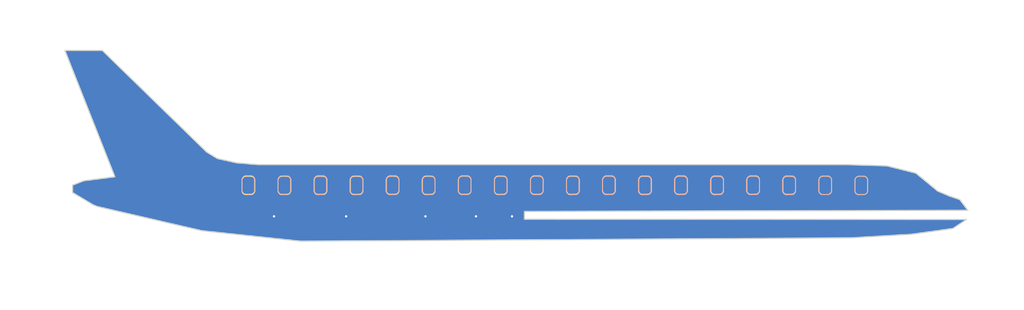
<source format=kicad_pcb>
(kicad_pcb (version 20221018) (generator pcbnew)

  (general
    (thickness 1.6)
  )

  (paper "A4")
  (layers
    (0 "F.Cu" signal)
    (31 "B.Cu" signal)
    (32 "B.Adhes" user "B.Adhesive")
    (33 "F.Adhes" user "F.Adhesive")
    (34 "B.Paste" user)
    (35 "F.Paste" user)
    (36 "B.SilkS" user "B.Silkscreen")
    (37 "F.SilkS" user "F.Silkscreen")
    (38 "B.Mask" user)
    (39 "F.Mask" user)
    (40 "Dwgs.User" user "User.Drawings")
    (41 "Cmts.User" user "User.Comments")
    (42 "Eco1.User" user "User.Eco1")
    (43 "Eco2.User" user "User.Eco2")
    (44 "Edge.Cuts" user)
    (45 "Margin" user)
    (46 "B.CrtYd" user "B.Courtyard")
    (47 "F.CrtYd" user "F.Courtyard")
    (48 "B.Fab" user)
    (49 "F.Fab" user)
    (50 "User.1" user)
    (51 "User.2" user)
    (52 "User.3" user)
    (53 "User.4" user)
    (54 "User.5" user)
    (55 "User.6" user)
    (56 "User.7" user)
    (57 "User.8" user)
    (58 "User.9" user)
  )

  (setup
    (pad_to_mask_clearance 0)
    (pcbplotparams
      (layerselection 0x00010fc_ffffffff)
      (plot_on_all_layers_selection 0x0000000_00000000)
      (disableapertmacros false)
      (usegerberextensions true)
      (usegerberattributes true)
      (usegerberadvancedattributes true)
      (creategerberjobfile true)
      (dashed_line_dash_ratio 12.000000)
      (dashed_line_gap_ratio 3.000000)
      (svgprecision 4)
      (plotframeref false)
      (viasonmask false)
      (mode 1)
      (useauxorigin false)
      (hpglpennumber 1)
      (hpglpenspeed 20)
      (hpglpendiameter 15.000000)
      (dxfpolygonmode true)
      (dxfimperialunits true)
      (dxfusepcbnewfont true)
      (psnegative false)
      (psa4output false)
      (plotreference true)
      (plotvalue true)
      (plotinvisibletext false)
      (sketchpadsonfab false)
      (subtractmaskfromsilk false)
      (outputformat 1)
      (mirror false)
      (drillshape 0)
      (scaleselection 1)
      (outputdirectory "output/")
    )
  )

  (net 0 "")
  (net 1 "GND")

  (gr_line (start 127.019446 69.779159) (end 128.085868 69.764984)
    (stroke (width 0.15) (type default)) (layer "B.SilkS") (tstamp 00120f44-5a87-4a1d-98d1-ac4112d55921))
  (gr_line (start 133.392543 66.572976) (end 134.427019 66.576016)
    (stroke (width 0.15) (type default)) (layer "B.SilkS") (tstamp 02c69669-4ae5-470a-be24-f284f16e8ed0))
  (gr_arc (start 109.616293 69.199401) (mid 109.414932 69.591935) (end 109.026145 69.800405)
    (stroke (width 0.15) (type default)) (layer "B.SilkS") (tstamp 039624ee-a6f4-4f16-8ac3-8cc987cdf1f6))
  (gr_arc (start 70.946465 66.505176) (mid 71.33524 66.713669) (end 71.536613 67.10618)
    (stroke (width 0.15) (type default)) (layer "B.SilkS") (tstamp 0443ee01-bd83-4395-9960-831054fd7f66))
  (gr_line (start 158.759723 69.81458) (end 159.826145 69.800405)
    (stroke (width 0.15) (type default)) (layer "B.SilkS") (tstamp 07b0c38b-d349-40a5-ba2c-8c10af455ae0))
  (gr_arc (start 82.559723 69.81458) (mid 82.157697 69.586298) (end 81.977025 69.160745)
    (stroke (width 0.15) (type default)) (layer "B.SilkS") (tstamp 08276d1b-4548-4e4b-b629-ac7dfad626f6))
  (gr_line (start 95.311989 66.502136) (end 96.346465 66.505176)
    (stroke (width 0.15) (type default)) (layer "B.SilkS") (tstamp 082b0aa4-8191-47d7-8bb1-0a272dc212f4))
  (gr_arc (start 84.235739 69.12856) (mid 84.034366 69.521071) (end 83.645591 69.729564)
    (stroke (width 0.15) (type default)) (layer "B.SilkS") (tstamp 0981a42e-9945-428d-8b70-b650e03f9802))
  (gr_line (start 152.452266 66.537557) (end 153.486742 66.540597)
    (stroke (width 0.15) (type default)) (layer "B.SilkS") (tstamp 09ba6fb1-9615-4501-8d60-832c48bb131a))
  (gr_line (start 145.47723 67.199608) (end 145.477024 69.160744)
    (stroke (width 0.15) (type default)) (layer "B.SilkS") (tstamp 0a228a46-6834-4499-8738-a2e947403bfc))
  (gr_arc (start 179.45657 69.234821) (mid 179.255209 69.627355) (end 178.866422 69.835825)
    (stroke (width 0.15) (type default)) (layer "B.SilkS") (tstamp 0a78cda1-e21f-43cf-9672-2d26aa421f2d))
  (gr_arc (start 171.459723 69.814579) (mid 171.057691 69.586301) (end 170.877025 69.160744)
    (stroke (width 0.15) (type default)) (layer "B.SilkS") (tstamp 0c65faf1-d2d7-4139-b567-6173e58b7253))
  (gr_arc (start 133.359723 69.81458) (mid 132.957697 69.586298) (end 132.777025 69.160745)
    (stroke (width 0.15) (type default)) (layer "B.SilkS") (tstamp 0cf5e5c2-0abc-4c2a-a871-4fcb90a24be0))
  (gr_line (start 173.117167 67.177021) (end 173.116293 69.199401)
    (stroke (width 0.15) (type default)) (layer "B.SilkS") (tstamp 0d0dc525-15f4-49dc-b7e4-11b7aa6a6ba3))
  (gr_line (start 126.436953 67.164189) (end 126.436747 69.125325)
    (stroke (width 0.15) (type default)) (layer "B.SilkS") (tstamp 0d42c04b-148a-4de2-9f38-4fa88a2608a1))
  (gr_line (start 171.492543 66.572977) (end 172.527019 66.576017)
    (stroke (width 0.15) (type default)) (layer "B.SilkS") (tstamp 0f5250c2-4d53-44c7-a9ee-1ee04c0f46ce))
  (gr_line (start 113.736953 67.164188) (end 113.736747 69.125324)
    (stroke (width 0.15) (type default)) (layer "B.SilkS") (tstamp 0f647d6c-5e37-4c9e-896e-199e8fe5c0e8))
  (gr_line (start 77.87689 67.141601) (end 77.876016 69.163981)
    (stroke (width 0.15) (type default)) (layer "B.SilkS") (tstamp 0fb7fd0c-521e-44fc-a782-1dd666ac2fc8))
  (gr_line (start 81.97723 67.199609) (end 81.977024 69.160745)
    (stroke (width 0.15) (type default)) (layer "B.SilkS") (tstamp 0fd821b2-48bb-4287-846b-f7c8f7049c26))
  (gr_arc (start 145.496676 67.128768) (mid 145.706635 66.71952) (end 146.111989 66.502136)
    (stroke (width 0.15) (type default)) (layer "B.SilkS") (tstamp 0ffe26ad-dcb2-41c4-8a90-73b117dde277))
  (gr_arc (start 101.036953 67.164189) (mid 101.246912 66.754941) (end 101.652266 66.537557)
    (stroke (width 0.15) (type default)) (layer "B.SilkS") (tstamp 10293939-3611-44c9-9c92-fad4e13bca38))
  (gr_line (start 171.459723 69.81458) (end 172.526145 69.800405)
    (stroke (width 0.15) (type default)) (layer "B.SilkS") (tstamp 105e9f2c-457b-4bd3-802d-b8f8ff998775))
  (gr_arc (start 152.419446 69.779159) (mid 152.01742 69.550877) (end 151.836748 69.125324)
    (stroke (width 0.15) (type default)) (layer "B.SilkS") (tstamp 1082c02f-d960-4442-a27a-c33cea9ba484))
  (gr_arc (start 101.619446 69.77916) (mid 101.217414 69.550882) (end 101.036748 69.125325)
    (stroke (width 0.15) (type default)) (layer "B.SilkS") (tstamp 10e84c8a-cdb3-4e8a-99d1-e68307a87734))
  (gr_arc (start 126.436953 67.164189) (mid 126.646912 66.754941) (end 127.052266 66.537557)
    (stroke (width 0.15) (type default)) (layer "B.SilkS") (tstamp 1114e800-98d9-49f3-af8a-a1d3d99270b0))
  (gr_arc (start 147.127019 66.576016) (mid 147.515794 66.784509) (end 147.717167 67.17702)
    (stroke (width 0.15) (type default)) (layer "B.SilkS") (tstamp 1222e3ea-b023-4610-97cd-b241f8eb57f1))
  (gr_arc (start 164.517507 67.235029) (mid 164.72747 66.825783) (end 165.13282 66.608397)
    (stroke (width 0.15) (type default)) (layer "B.SilkS") (tstamp 12252d82-bb29-48f0-a1ef-a6c29433e44a))
  (gr_line (start 145.47723 67.199609) (end 145.477024 69.160745)
    (stroke (width 0.15) (type default)) (layer "B.SilkS") (tstamp 12beba0f-efa6-43ae-b702-6d6c261b635f))
  (gr_arc (start 158.196676 67.128768) (mid 158.406636 66.719521) (end 158.811989 66.502136)
    (stroke (width 0.15) (type default)) (layer "B.SilkS") (tstamp 130bda02-5d4f-4247-b444-4cfb14e8114b))
  (gr_arc (start 127.019446 69.779159) (mid 126.61742 69.550877) (end 126.436748 69.125324)
    (stroke (width 0.15) (type default)) (layer "B.SilkS") (tstamp 15e9d232-13e4-42c1-97c4-3d3414d188bc))
  (gr_line (start 170.87723 67.199608) (end 170.877024 69.160744)
    (stroke (width 0.15) (type default)) (layer "B.SilkS") (tstamp 16ad1515-e108-4574-8e91-a4fed38682e3))
  (gr_arc (start 154.076016 69.16398) (mid 153.874644 69.556492) (end 153.485868 69.764984)
    (stroke (width 0.15) (type default)) (layer "B.SilkS") (tstamp 16d0122a-6542-4f98-9ebc-d0c2daa2dc65))
  (gr_arc (start 145.47723 67.199608) (mid 145.687189 66.79036) (end 146.092543 66.572976)
    (stroke (width 0.15) (type default)) (layer "B.SilkS") (tstamp 17218256-9b4f-4b0f-8e4b-af63377a11de))
  (gr_arc (start 128.086742 66.540597) (mid 128.475517 66.74909) (end 128.67689 67.141601)
    (stroke (width 0.15) (type default)) (layer "B.SilkS") (tstamp 19664a4d-2afb-4b86-89cb-f28ab450ae8f))
  (gr_line (start 120.07723 67.199609) (end 120.077024 69.160745)
    (stroke (width 0.15) (type default)) (layer "B.SilkS") (tstamp 196921fd-28b5-44da-9236-34cd11dd21e0))
  (gr_line (start 146.059723 69.81458) (end 147.126145 69.800405)
    (stroke (width 0.15) (type default)) (layer "B.SilkS") (tstamp 1b4b7484-c0e7-4fcf-ab9c-8387a3cd59b4))
  (gr_arc (start 158.759723 69.814579) (mid 158.357691 69.586301) (end 158.177025 69.160744)
    (stroke (width 0.15) (type default)) (layer "B.SilkS") (tstamp 1b9c396e-3515-44e5-9b67-8fc74721b84d))
  (gr_line (start 133.392543 66.572977) (end 134.427019 66.576017)
    (stroke (width 0.15) (type default)) (layer "B.SilkS") (tstamp 1cd4ef7b-f1d8-490e-935e-73a4bcebaf33))
  (gr_line (start 164.517507 67.235029) (end 164.517301 69.196165)
    (stroke (width 0.15) (type default)) (layer "B.SilkS") (tstamp 1cf7e976-e0e0-43ff-b24c-1b21fc435b93))
  (gr_arc (start 134.427019 66.576017) (mid 134.815794 66.78451) (end 135.017167 67.177021)
    (stroke (width 0.15) (type default)) (layer "B.SilkS") (tstamp 1db9fd7a-759e-4b60-b851-736d5d4cb2c6))
  (gr_arc (start 120.659723 69.81458) (mid 120.257696 69.586298) (end 120.077025 69.160745)
    (stroke (width 0.15) (type default)) (layer "B.SilkS") (tstamp 1e02300b-ed86-4db8-b927-13d67d265d92))
  (gr_line (start 107.979169 69.743739) (end 109.045591 69.729564)
    (stroke (width 0.15) (type default)) (layer "B.SilkS") (tstamp 1eeadfb2-24b6-402b-9d0b-5f2f1e638a43))
  (gr_line (start 160.436613 67.10618) (end 160.435739 69.12856)
    (stroke (width 0.15) (type default)) (layer "B.SilkS") (tstamp 1f0e07e5-cee7-40ee-854b-3fdc8f033b3e))
  (gr_line (start 126.436953 67.164188) (end 126.436747 69.125324)
    (stroke (width 0.15) (type default)) (layer "B.SilkS") (tstamp 1f0e33df-755e-47ae-b4a0-a6b06919353e))
  (gr_line (start 154.057444 67.212441) (end 154.05657 69.234821)
    (stroke (width 0.15) (type default)) (layer "B.SilkS") (tstamp 1f7323cd-7fee-45e1-be9b-8825a4810272))
  (gr_line (start 141.37689 67.1416) (end 141.376016 69.16398)
    (stroke (width 0.15) (type default)) (layer "B.SilkS") (tstamp 20f71489-7e20-41d3-bf54-c5e562c01b31))
  (gr_line (start 147.717167 67.177021) (end 147.716293 69.199401)
    (stroke (width 0.15) (type default)) (layer "B.SilkS") (tstamp 2180a441-64d2-4448-bcc3-ead4c80f0bee))
  (gr_arc (start 113.736953 67.164189) (mid 113.946924 66.754959) (end 114.352266 66.537557)
    (stroke (width 0.15) (type default)) (layer "B.SilkS") (tstamp 23e592c0-17f5-4081-8731-b350fb61644b))
  (gr_arc (start 128.676016 69.16398) (mid 128.474643 69.556491) (end 128.085868 69.764984)
    (stroke (width 0.15) (type default)) (layer "B.SilkS") (tstamp 24b493ee-9486-46e5-a9b7-f9893dbf6ce8))
  (gr_line (start 151.836953 67.164189) (end 151.836747 69.125325)
    (stroke (width 0.15) (type default)) (layer "B.SilkS") (tstamp 24d288c0-a8f5-448c-be9f-56fc69a9d40c))
  (gr_line (start 127.019446 69.779159) (end 128.085868 69.764984)
    (stroke (width 0.15) (type default)) (layer "B.SilkS") (tstamp 24f290e0-fd32-41a1-a3a0-c779b76c23f4))
  (gr_line (start 135.017167 67.177021) (end 135.016293 69.199401)
    (stroke (width 0.15) (type default)) (layer "B.SilkS") (tstamp 260e26eb-51ef-4494-b5ae-912d1d3d4b81))
  (gr_line (start 152.419446 69.77916) (end 153.485868 69.764985)
    (stroke (width 0.15) (type default)) (layer "B.SilkS") (tstamp 26534af3-a711-4cd2-9543-525cecb2b951))
  (gr_arc (start 121.746465 66.505176) (mid 122.13524 66.713669) (end 122.336613 67.10618)
    (stroke (width 0.15) (type default)) (layer "B.SilkS") (tstamp 2757dce4-bbd9-42b7-8526-63085264d37c))
  (gr_arc (start 128.086742 66.540596) (mid 128.475517 66.749089) (end 128.67689 67.1416)
    (stroke (width 0.15) (type default)) (layer "B.SilkS") (tstamp 27b6668d-77c0-4004-b82a-25a47c267ca7))
  (gr_arc (start 141.376016 69.16398) (mid 141.174643 69.556491) (end 140.785868 69.764984)
    (stroke (width 0.15) (type default)) (layer "B.SilkS") (tstamp 2826e664-5ec2-491a-9249-bc2aab50a10f))
  (gr_arc (start 109.027019 66.576017) (mid 109.415787 66.784515) (end 109.617167 67.177021)
    (stroke (width 0.15) (type default)) (layer "B.SilkS") (tstamp 2870838d-0ea0-4d08-8462-d88092c449e8))
  (gr_arc (start 140.786742 66.540596) (mid 141.175517 66.749089) (end 141.37689 67.1416)
    (stroke (width 0.15) (type default)) (layer "B.SilkS") (tstamp 2946927c-a9a0-4087-99d0-8f1555835ea3))
  (gr_arc (start 153.486742 66.540597) (mid 153.875515 66.749092) (end 154.07689 67.141601)
    (stroke (width 0.15) (type default)) (layer "B.SilkS") (tstamp 2997117d-4141-487b-bcb6-6e3176d66145))
  (gr_line (start 69.296676 67.128768) (end 69.29647 69.089904)
    (stroke (width 0.15) (type default)) (layer "B.SilkS") (tstamp 29dcbde1-db82-40a5-afcb-cb3686c8bf0c))
  (gr_arc (start 96.935739 69.12856) (mid 96.734366 69.521071) (end 96.345591 69.729564)
    (stroke (width 0.15) (type default)) (layer "B.SilkS") (tstamp 2a001d37-5a08-4a8f-a1be-2eb3c0ec0d46))
  (gr_arc (start 147.127019 66.576017) (mid 147.515794 66.78451) (end 147.717167 67.177021)
    (stroke (width 0.15) (type default)) (layer "B.SilkS") (tstamp 2a61aca6-33d4-4d68-aae5-057db9007975))
  (gr_arc (start 134.427019 66.576016) (mid 134.815794 66.784509) (end 135.017167 67.17702)
    (stroke (width 0.15) (type default)) (layer "B.SilkS") (tstamp 2b18baf8-27bc-4883-9124-c28246a3eadb))
  (gr_arc (start 166.186742 66.540596) (mid 166.575547 66.749075) (end 166.77689 67.1416)
    (stroke (width 0.15) (type default)) (layer "B.SilkS") (tstamp 2b3f2f05-c918-4c88-8bd3-58a7915a7578))
  (gr_arc (start 88.336953 67.164189) (mid 88.546912 66.754941) (end 88.952266 66.537557)
    (stroke (width 0.15) (type default)) (layer "B.SilkS") (tstamp 2c98b5c3-e2cb-475b-aa34-afa3a2b8cf96))
  (gr_arc (start 146.059723 69.81458) (mid 145.657697 69.586298) (end 145.477025 69.160745)
    (stroke (width 0.15) (type default)) (layer "B.SilkS") (tstamp 2cb69e76-af5e-47ee-8dd1-b10a82aad4ed))
  (gr_arc (start 127.019446 69.77916) (mid 126.61742 69.550878) (end 126.436748 69.125325)
    (stroke (width 0.15) (type default)) (layer "B.SilkS") (tstamp 2d358a70-28f5-4030-9e77-31ca9cb7cd34))
  (gr_arc (start 109.635739 69.12856) (mid 109.434355 69.521052) (end 109.045591 69.729564)
    (stroke (width 0.15) (type default)) (layer "B.SilkS") (tstamp 2e6e9a99-2486-4692-844a-99b11f477102))
  (gr_line (start 165.119446 69.77916) (end 166.185868 69.764985)
    (stroke (width 0.15) (type default)) (layer "B.SilkS") (tstamp 2f233d63-b3db-424b-8b6b-1b0467af04ab))
  (gr_line (start 146.092543 66.572977) (end 147.127019 66.576017)
    (stroke (width 0.15) (type default)) (layer "B.SilkS") (tstamp 2f284017-5202-4197-9021-9a9e3e76b0fc))
  (gr_line (start 152.452266 66.537556) (end 153.486742 66.540596)
    (stroke (width 0.15) (type default)) (layer "B.SilkS") (tstamp 2f58b832-e048-421e-ae82-283d3fe8ecab))
  (gr_line (start 171.492543 66.572976) (end 172.527019 66.576016)
    (stroke (width 0.15) (type default)) (layer "B.SilkS") (tstamp 2faa110c-04e2-41a4-a1e5-ec7d572095b8))
  (gr_arc (start 135.035739 69.12856) (mid 134.834366 69.521071) (end 134.445591 69.729564)
    (stroke (width 0.15) (type default)) (layer "B.SilkS") (tstamp 2fe0cbad-df84-45cb-b2be-86fb98f6adf3))
  (gr_line (start 76.252266 66.537557) (end 77.286742 66.540597)
    (stroke (width 0.15) (type default)) (layer "B.SilkS") (tstamp 31c045ac-d1a7-440d-8e1e-07300f3cb9f9))
  (gr_line (start 120.692543 66.572977) (end 121.727019 66.576017)
    (stroke (width 0.15) (type default)) (layer "B.SilkS") (tstamp 327a7571-de2a-458f-887c-a235a87a7761))
  (gr_arc (start 135.016293 69.199401) (mid 134.81492 69.591912) (end 134.426145 69.800405)
    (stroke (width 0.15) (type default)) (layer "B.SilkS") (tstamp 3298178e-ec3b-441a-96a1-d1af03fc2e9e))
  (gr_line (start 139.136953 67.164189) (end 139.136747 69.125325)
    (stroke (width 0.15) (type default)) (layer "B.SilkS") (tstamp 32c965aa-1e58-432a-be32-b92185e6d985))
  (gr_line (start 127.052266 66.537556) (end 128.086742 66.540596)
    (stroke (width 0.15) (type default)) (layer "B.SilkS") (tstamp 32cf4e21-d974-4eb3-ac71-8349e8feaf10))
  (gr_line (start 177.83282 66.608397) (end 178.867296 66.611437)
    (stroke (width 0.15) (type default)) (layer "B.SilkS") (tstamp 337004dc-d2c5-4644-ab5b-57cc33d335c1))
  (gr_line (start 114.319446 69.779159) (end 115.385868 69.764984)
    (stroke (width 0.15) (type default)) (layer "B.SilkS") (tstamp 33cf1a79-0454-4623-a168-ed0de50dff65))
  (gr_arc (start 89.986742 66.540597) (mid 90.375517 66.74909) (end 90.57689 67.141601)
    (stroke (width 0.15) (type default)) (layer "B.SilkS") (tstamp 349a0da9-9645-4875-bf5e-9dd9b980c229))
  (gr_arc (start 152.419446 69.77916) (mid 152.017414 69.550882) (end 151.836748 69.125325)
    (stroke (width 0.15) (type default)) (layer "B.SilkS") (tstamp 35bd16e8-71a6-4e65-8f48-16780be1d3b1))
  (gr_arc (start 88.919446 69.779159) (mid 88.51742 69.550877) (end 88.336748 69.125324)
    (stroke (width 0.15) (type default)) (layer "B.SilkS") (tstamp 3713b835-c4cc-4468-9a90-794e81bde101))
  (gr_line (start 90.57689 67.141601) (end 90.576016 69.163981)
    (stroke (width 0.15) (type default)) (layer "B.SilkS") (tstamp 379c3a2b-a0dd-407b-9b19-d71da77a8452))
  (gr_arc (start 178.867296 66.611437) (mid 179.256064 66.819935) (end 179.457444 67.212441)
    (stroke (width 0.15) (type default)) (layer "B.SilkS") (tstamp 397422a7-8251-4ead-bb1e-e34f764d30c4))
  (gr_arc (start 90.576016 69.16398) (mid 90.374643 69.556491) (end 89.985868 69.764984)
    (stroke (width 0.15) (type default)) (layer "B.SilkS") (tstamp 399364d4-8dd1-4f02-9e4f-fa6e4d68fcbe))
  (gr_arc (start 95.259723 69.81458) (mid 94.857697 69.586298) (end 94.677025 69.160745)
    (stroke (width 0.15) (type default)) (layer "B.SilkS") (tstamp 39afe357-94da-4090-ae85-269a417f715d))
  (gr_line (start 139.752266 66.537556) (end 140.786742 66.540596)
    (stroke (width 0.15) (type default)) (layer "B.SilkS") (tstamp 39bb9a94-f991-4997-acb4-ec4918a9c8b9))
  (gr_arc (start 135.016293 69.1994) (mid 134.81492 69.591911) (end 134.426145 69.800404)
    (stroke (width 0.15) (type default)) (layer "B.SilkS") (tstamp 3a0cdaf7-3e81-444c-961f-f5183679e9e6))
  (gr_line (start 171.492543 66.572977) (end 172.527019 66.576017)
    (stroke (width 0.15) (type default)) (layer "B.SilkS") (tstamp 3a924381-c058-4cc5-9e3f-80fef3609b68))
  (gr_line (start 154.07689 67.1416) (end 154.076016 69.16398)
    (stroke (width 0.15) (type default)) (layer "B.SilkS") (tstamp 3b2dd3ff-21b6-4e9a-9018-1d37033fe919))
  (gr_arc (start 159.827019 66.576017) (mid 160.215792 66.784512) (end 160.417167 67.177021)
    (stroke (width 0.15) (type default)) (layer "B.SilkS") (tstamp 3d37631b-423e-4a31-af72-6aef97476aaa))
  (gr_arc (start 128.086742 66.540596) (mid 128.475517 66.749089) (end 128.67689 67.1416)
    (stroke (width 0.15) (type default)) (layer "B.SilkS") (tstamp 3df2435d-e825-4b8e-8089-6ffab23aa630))
  (gr_line (start 88.336953 67.164189) (end 88.336747 69.125325)
    (stroke (width 0.15) (type default)) (layer "B.SilkS") (tstamp 3e4890c1-d7fb-454e-b9e9-f4f8c31ac20b))
  (gr_arc (start 81.996676 67.128768) (mid 82.206635 66.71952) (end 82.611989 66.502136)
    (stroke (width 0.15) (type default)) (layer "B.SilkS") (tstamp 3e48df91-08cf-4f93-a065-1e4adb9366e2))
  (gr_arc (start 122.335739 69.12856) (mid 122.134366 69.521071) (end 121.745591 69.729564)
    (stroke (width 0.15) (type default)) (layer "B.SilkS") (tstamp 3e57a025-376a-4e06-8f3c-5dd82e13426d))
  (gr_arc (start 121.727019 66.576017) (mid 122.115787 66.784515) (end 122.317167 67.177021)
    (stroke (width 0.15) (type default)) (layer "B.SilkS") (tstamp 3eb7f18f-77ac-4185-953a-c54721ab94c4))
  (gr_arc (start 90.576016 69.163981) (mid 90.374643 69.556492) (end 89.985868 69.764985)
    (stroke (width 0.15) (type default)) (layer "B.SilkS") (tstamp 3f88fa42-b5be-405f-a15c-720b397834d6))
  (gr_arc (start 141.376016 69.163981) (mid 141.174643 69.556492) (end 140.785868 69.764985)
    (stroke (width 0.15) (type default)) (layer "B.SilkS") (tstamp 3f8d1ad3-bffd-4fea-877f-6337de0b585c))
  (gr_arc (start 164.536953 67.164188) (mid 164.746924 66.754959) (end 165.152266 66.537556)
    (stroke (width 0.15) (type default)) (layer "B.SilkS") (tstamp 40341ea9-612d-48eb-8e43-6b645c205a59))
  (gr_line (start 88.952266 66.537557) (end 89.986742 66.540597)
    (stroke (width 0.15) (type default)) (layer "B.SilkS") (tstamp 403771fd-6e2e-494c-bfce-dd792f632915))
  (gr_arc (start 151.817507 67.235029) (mid 152.027466 66.825781) (end 152.43282 66.608397)
    (stroke (width 0.15) (type default)) (layer "B.SilkS") (tstamp 41827bbd-4b57-485e-9152-4a9c4f0d8226))
  (gr_arc (start 139.136953 67.164189) (mid 139.346912 66.754941) (end 139.752266 66.537557)
    (stroke (width 0.15) (type default)) (layer "B.SilkS") (tstamp 421dbc30-e1e9-4855-a2f8-577bb2da2175))
  (gr_line (start 88.952266 66.537556) (end 89.986742 66.540596)
    (stroke (width 0.15) (type default)) (layer "B.SilkS") (tstamp 42c39975-d44e-46a1-a523-c2b08bc39b4b))
  (gr_arc (start 158.759723 69.81458) (mid 158.357691 69.586302) (end 158.177025 69.160745)
    (stroke (width 0.15) (type default)) (layer "B.SilkS") (tstamp 42fd9a22-566f-4de1-aeed-fd30f74a84ad))
  (gr_arc (start 146.079169 69.743739) (mid 145.677143 69.515457) (end 145.496471 69.089904)
    (stroke (width 0.15) (type default)) (layer "B.SilkS") (tstamp 43d7a210-d943-45fd-acea-403170a53c2a))
  (gr_arc (start 147.716293 69.199401) (mid 147.51492 69.591912) (end 147.126145 69.800405)
    (stroke (width 0.15) (type default)) (layer "B.SilkS") (tstamp 4570b94d-13b8-4525-a493-4c74a7e1ccef))
  (gr_line (start 101.036953 67.164188) (end 101.036747 69.125324)
    (stroke (width 0.15) (type default)) (layer "B.SilkS") (tstamp 45ab7b25-d7dc-4957-abb9-7028bffd862e))
  (gr_arc (start 177.8 69.85) (mid 177.397973 69.621718) (end 177.217302 69.196165)
    (stroke (width 0.15) (type default)) (layer "B.SilkS") (tstamp 4686dc7e-2850-4819-8e66-e8bf68ed83fb))
  (gr_line (start 165.152266 66.537557) (end 166.186742 66.540597)
    (stroke (width 0.15) (type default)) (layer "B.SilkS") (tstamp 469bb3db-3fba-4adf-b92e-691ac2ebcc0e))
  (gr_line (start 141.37689 67.141601) (end 141.376016 69.163981)
    (stroke (width 0.15) (type default)) (layer "B.SilkS") (tstamp 4740eb27-f1df-4654-ad8d-799ceac4182b))
  (gr_arc (start 115.386742 66.540597) (mid 115.775505 66.749099) (end 115.97689 67.141601)
    (stroke (width 0.15) (type default)) (layer "B.SilkS") (tstamp 485c85f0-1a34-4807-a1d0-c1f4f25619ce))
  (gr_arc (start 77.876016 69.16398) (mid 77.674643 69.556491) (end 77.285868 69.764984)
    (stroke (width 0.15) (type default)) (layer "B.SilkS") (tstamp 49535137-cb4e-4326-a2f5-b49535fdc162))
  (gr_line (start 158.17723 67.199608) (end 158.177024 69.160744)
    (stroke (width 0.15) (type default)) (layer "B.SilkS") (tstamp 49bcee3b-0c9d-4497-ad82-ebd3d77d5d41))
  (gr_line (start 90.57689 67.1416) (end 90.576016 69.16398)
    (stroke (width 0.15) (type default)) (layer "B.SilkS") (tstamp 49c860ed-de46-41d2-960f-4fde938ff659))
  (gr_arc (start 141.376016 69.16398) (mid 141.174643 69.556491) (end 140.785868 69.764984)
    (stroke (width 0.15) (type default)) (layer "B.SilkS") (tstamp 4a8edbad-cfae-4efa-84e2-97735abe92e8))
  (gr_arc (start 114.319446 69.77916) (mid 113.917414 69.550882) (end 113.736748 69.125325)
    (stroke (width 0.15) (type default)) (layer "B.SilkS") (tstamp 4aaa05bd-74b8-409e-bb26-6c8f86ba8997))
  (gr_arc (start 158.17723 67.199609) (mid 158.387193 66.790363) (end 158.792543 66.572977)
    (stroke (width 0.15) (type default)) (layer "B.SilkS") (tstamp 4bdbd190-0ad4-4761-9fb3-043aa14034a1))
  (gr_arc (start 69.296676 67.128768) (mid 69.506635 66.71952) (end 69.911989 66.502136)
    (stroke (width 0.15) (type default)) (layer "B.SilkS") (tstamp 4bfa9a93-d090-47a7-a1d9-e288000462c0))
  (gr_line (start 133.379169 69.743739) (end 134.445591 69.729564)
    (stroke (width 0.15) (type default)) (layer "B.SilkS") (tstamp 4c07cf77-d0d5-4ee3-9681-fb88a76e3120))
  (gr_line (start 158.779169 69.743739) (end 159.845591 69.729564)
    (stroke (width 0.15) (type default)) (layer "B.SilkS") (tstamp 4c57a693-5d52-4484-b454-f4fdf0a122f9))
  (gr_line (start 170.87723 67.199609) (end 170.877024 69.160745)
    (stroke (width 0.15) (type default)) (layer "B.SilkS") (tstamp 4d129d7d-827b-48cf-b4d6-9ead13c84027))
  (gr_line (start 165.152266 66.537556) (end 166.186742 66.540596)
    (stroke (width 0.15) (type default)) (layer "B.SilkS") (tstamp 4dd21aa7-0c55-4236-b50c-72aff7b5868d))
  (gr_line (start 132.77723 67.199609) (end 132.777024 69.160745)
    (stroke (width 0.15) (type default)) (layer "B.SilkS") (tstamp 4eed040d-3be9-49b2-9ca0-f1ce9ece2c73))
  (gr_line (start 133.392543 66.572977) (end 134.427019 66.576017)
    (stroke (width 0.15) (type default)) (layer "B.SilkS") (tstamp 4fbf44ad-4a27-45ab-bfc2-07b4dbc19f5e))
  (gr_arc (start 84.216293 69.199401) (mid 84.01492 69.591912) (end 83.626145 69.800405)
    (stroke (width 0.15) (type default)) (layer "B.SilkS") (tstamp 502e7d1d-57a5-4e28-b0db-15e39c3ca872))
  (gr_arc (start 114.319446 69.779159) (mid 113.917414 69.550881) (end 113.736748 69.125324)
    (stroke (width 0.15) (type default)) (layer "B.SilkS") (tstamp 51538e61-fc27-4f54-8815-8b80181b09b5))
  (gr_line (start 158.811989 66.502136) (end 159.846465 66.505176)
    (stroke (width 0.15) (type default)) (layer "B.SilkS") (tstamp 51e95e79-70e2-4723-85fb-e1f7ad0629cc))
  (gr_arc (start 170.87723 67.199609) (mid 171.087201 66.790379) (end 171.492543 66.572977)
    (stroke (width 0.15) (type default)) (layer "B.SilkS") (tstamp 51f8a96d-4d18-4b2f-895c-f0b2efdb5a90))
  (gr_arc (start 127.019446 69.779159) (mid 126.61742 69.550877) (end 126.436748 69.125324)
    (stroke (width 0.15) (type default)) (layer "B.SilkS") (tstamp 52add488-4a25-4906-b485-303a8c396859))
  (gr_arc (start 173.116293 69.199401) (mid 172.914929 69.591923) (end 172.526145 69.800405)
    (stroke (width 0.15) (type default)) (layer "B.SilkS") (tstamp 542abd7e-2a51-43cb-95fe-05aebca7e85c))
  (gr_line (start 166.77689 67.1416) (end 166.776016 69.16398)
    (stroke (width 0.15) (type default)) (layer "B.SilkS") (tstamp 548ff7af-cd2c-4099-b6c1-c7747578f87f))
  (gr_line (start 115.97689 67.1416) (end 115.976016 69.16398)
    (stroke (width 0.15) (type default)) (layer "B.SilkS") (tstamp 549ad62b-803c-45e3-a3b4-b1d37e281901))
  (gr_arc (start 126.436953 67.164188) (mid 126.646912 66.75494) (end 127.052266 66.537556)
    (stroke (width 0.15) (type default)) (layer "B.SilkS") (tstamp 54af6f5a-06b1-402b-b242-7492937c564f))
  (gr_line (start 173.117167 67.17702) (end 173.116293 69.1994)
    (stroke (width 0.15) (type default)) (layer "B.SilkS") (tstamp 550f2d00-1147-4229-b9b6-dc5ef49a34c9))
  (gr_line (start 71.536613 67.10618) (end 71.535739 69.12856)
    (stroke (width 0.15) (type default)) (layer "B.SilkS") (tstamp 559dfbd5-ea77-4ecf-999f-b60fe013e616))
  (gr_arc (start 107.959723 69.81458) (mid 107.557696 69.586298) (end 107.377025 69.160745)
    (stroke (width 0.15) (type default)) (layer "B.SilkS") (tstamp 559f79e0-df79-4edb-a6fb-77fa793f8306))
  (gr_arc (start 109.046465 66.505176) (mid 109.43527 66.713655) (end 109.636613 67.10618)
    (stroke (width 0.15) (type default)) (layer "B.SilkS") (tstamp 574e66f7-e4e4-45c6-beb6-805811de85cf))
  (gr_arc (start 152.4 69.85) (mid 151.997974 69.621718) (end 151.817302 69.196165)
    (stroke (width 0.15) (type default)) (layer "B.SilkS") (tstamp 579fae42-c554-4d1f-a7f9-4e1fecb6a8e6))
  (gr_arc (start 132.77723 67.199609) (mid 132.987189 66.790361) (end 133.392543 66.572977)
    (stroke (width 0.15) (type default)) (layer "B.SilkS") (tstamp 58572d93-36f4-45b7-aa38-c0d3d33814d0))
  (gr_line (start 158.759723 69.81458) (end 159.826145 69.800405)
    (stroke (width 0.15) (type default)) (layer "B.SilkS") (tstamp 599317f4-42bf-4af7-85d1-1017ad5bc0e5))
  (gr_arc (start 102.686742 66.540597) (mid 103.075515 66.749092) (end 103.27689 67.141601)
    (stroke (width 0.15) (type default)) (layer "B.SilkS") (tstamp 5a3090be-d9d8-4deb-bb35-13d64e171b6f))
  (gr_line (start 164.536953 67.164189) (end 164.536747 69.125325)
    (stroke (width 0.15) (type default)) (layer "B.SilkS") (tstamp 5a53b091-264e-49ad-97c4-72375673b649))
  (gr_line (start 132.796676 67.128768) (end 132.79647 69.089904)
    (stroke (width 0.15) (type default)) (layer "B.SilkS") (tstamp 5b5549c4-0d69-4c9d-817d-f15b57b1d524))
  (gr_arc (start 151.836953 67.164188) (mid 152.046912 66.75494) (end 152.452266 66.537556)
    (stroke (width 0.15) (type default)) (layer "B.SilkS") (tstamp 5b80afa4-58ef-47ea-aa52-39436703d85d))
  (gr_arc (start 166.167296 66.611437) (mid 166.556064 66.819935) (end 166.757444 67.212441)
    (stroke (width 0.15) (type default)) (layer "B.SilkS") (tstamp 5c543248-4c5b-4ed8-a27d-7fbcc9c099bc))
  (gr_line (start 76.219446 69.779159) (end 77.285868 69.764984)
    (stroke (width 0.15) (type default)) (layer "B.SilkS") (tstamp 5d0557ea-81a3-4d81-b971-3abb72832b51))
  (gr_arc (start 165.119446 69.77916) (mid 164.717414 69.550882) (end 164.536748 69.125325)
    (stroke (width 0.15) (type default)) (layer "B.SilkS") (tstamp 5d2d161e-d60a-4889-b4b2-73eea2fc7633))
  (gr_line (start 128.67689 67.1416) (end 128.676016 69.16398)
    (stroke (width 0.15) (type default)) (layer "B.SilkS") (tstamp 5d70282e-8ea4-41d3-ad2a-723f2f447182))
  (gr_line (start 166.77689 67.141601) (end 166.776016 69.163981)
    (stroke (width 0.15) (type default)) (layer "B.SilkS") (tstamp 5d810046-4830-48e2-81f2-88c87b388905))
  (gr_line (start 94.696676 67.128768) (end 94.69647 69.089904)
    (stroke (width 0.15) (type default)) (layer "B.SilkS") (tstamp 5f8e9e93-043e-40f0-b146-8bcb20bca047))
  (gr_line (start 101.619446 69.779159) (end 102.685868 69.764984)
    (stroke (width 0.15) (type default)) (layer "B.SilkS") (tstamp 601b331a-7a9f-4102-a881-417af4a8554b))
  (gr_line (start 139.719446 69.779159) (end 140.785868 69.764984)
    (stroke (width 0.15) (type default)) (layer "B.SilkS") (tstamp 6045f592-3c86-4e4c-a4eb-0e8a5a6498cd))
  (gr_arc (start 159.846465 66.505176) (mid 160.23527 66.713655) (end 160.436613 67.10618)
    (stroke (width 0.15) (type default)) (layer "B.SilkS") (tstamp 60e042d7-55a3-4bb9-8d85-2f73e807b0a5))
  (gr_line (start 147.736613 67.10618) (end 147.735739 69.12856)
    (stroke (width 0.15) (type default)) (layer "B.SilkS") (tstamp 60fd0240-8b91-4c97-b1de-90fd87f575d8))
  (gr_arc (start 103.276016 69.163981) (mid 103.074644 69.556493) (end 102.685868 69.764985)
    (stroke (width 0.15) (type default)) (layer "B.SilkS") (tstamp 6157ff27-42bf-4f5b-a266-7a9b918ab93e))
  (gr_arc (start 164.536953 67.164189) (mid 164.746924 66.754959) (end 165.152266 66.537557)
    (stroke (width 0.15) (type default)) (layer "B.SilkS") (tstamp 62eeb6bb-9e96-4e17-a8b4-492fea8ceafe))
  (gr_line (start 120.679169 69.743739) (end 121.745591 69.729564)
    (stroke (width 0.15) (type default)) (layer "B.SilkS") (tstamp 632ae6c3-e45f-4332-bb5b-22eabbd4c9d6))
  (gr_line (start 88.336953 67.164188) (end 88.336747 69.125324)
    (stroke (width 0.15) (type default)) (layer "B.SilkS") (tstamp 63cc5fdd-bfa3-45da-ad05-192bdebc31f6))
  (gr_line (start 127.052266 66.537557) (end 128.086742 66.540597)
    (stroke (width 0.15) (type default)) (layer "B.SilkS") (tstamp 6455361a-c32e-4400-a0b5-57a66a919791))
  (gr_line (start 95.292543 66.572977) (end 96.327019 66.576017)
    (stroke (width 0.15) (type default)) (layer "B.SilkS") (tstamp 65fc900d-b39f-49eb-8903-d217263207a8))
  (gr_arc (start 153.486742 66.540596) (mid 153.875517 66.749089) (end 154.07689 67.1416)
    (stroke (width 0.15) (type default)) (layer "B.SilkS") (tstamp 661f71b8-540f-4c71-93f6-6106679fc66d))
  (gr_arc (start 146.059723 69.81458) (mid 145.657697 69.586298) (end 145.477025 69.160745)
    (stroke (width 0.15) (type default)) (layer "B.SilkS") (tstamp 668d42f0-81f5-4898-afe4-04b9b914e7ef))
  (gr_line (start 133.359723 69.814579) (end 134.426145 69.800404)
    (stroke (width 0.15) (type default)) (layer "B.SilkS") (tstamp 69e89af6-5a2f-43c7-8b47-15e7ba9582a3))
  (gr_line (start 160.417167 67.177021) (end 160.416293 69.199401)
    (stroke (width 0.15) (type default)) (layer "B.SilkS") (tstamp 6a62d047-8e43-4bd2-a124-98564365e110))
  (gr_line (start 120.711989 66.502136) (end 121.746465 66.505176)
    (stroke (width 0.15) (type default)) (layer "B.SilkS") (tstamp 6c01095e-3ecd-4f8b-8dce-f2395539ab66))
  (gr_line (start 151.836953 67.164188) (end 151.836747 69.125324)
    (stroke (width 0.15) (type default)) (layer "B.SilkS") (tstamp 6d9331a1-86a5-4ba7-ade8-9abc3118785c))
  (gr_arc (start 128.676016 69.163981) (mid 128.474643 69.556492) (end 128.085868 69.764985)
    (stroke (width 0.15) (type default)) (layer "B.SilkS") (tstamp 6f437b8a-71c6-40ed-8de2-fe18aef74af8))
  (gr_arc (start 139.117507 67.235029) (mid 139.327466 66.825781) (end 139.73282 66.608397)
    (stroke (width 0.15) (type default)) (layer "B.SilkS") (tstamp 6f96798c-1dda-4dbb-90de-498548975814))
  (gr_arc (start 164.536953 67.164188) (mid 164.746913 66.754941) (end 165.152266 66.537556)
    (stroke (width 0.15) (type default)) (layer "B.SilkS") (tstamp 708eab69-4728-43a1-95cb-15da102a0e27))
  (gr_line (start 146.111989 66.502136) (end 147.146465 66.505176)
    (stroke (width 0.15) (type default)) (layer "B.SilkS") (tstamp 70fd0643-d87f-42cd-86b8-276c0f4ad9cc))
  (gr_arc (start 152.419446 69.779159) (mid 152.017414 69.550881) (end 151.836748 69.125324)
    (stroke (width 0.15) (type default)) (layer "B.SilkS") (tstamp 71c2c045-ca89-414a-9152-7c44b8ee2463))
  (gr_arc (start 166.186742 66.540596) (mid 166.575505 66.749098) (end 166.77689 67.1416)
    (stroke (width 0.15) (type default)) (layer "B.SilkS") (tstamp 747f6510-861e-4dfa-8393-1e526a120ff9))
  (gr_line (start 158.792543 66.572977) (end 159.827019 66.576017)
    (stroke (width 0.15) (type default)) (layer "B.SilkS") (tstamp 74a53d09-e53f-4f3b-9f62-59488dbe9615))
  (gr_arc (start 115.386742 66.540596) (mid 115.775505 66.749098) (end 115.97689 67.1416)
    (stroke (width 0.15) (type default)) (layer "B.SilkS") (tstamp 75e9f03e-ebe2-4b9c-a1b2-f354cdf6d5d3))
  (gr_arc (start 69.879169 69.743739) (mid 69.477143 69.515457) (end 69.296471 69.089904)
    (stroke (width 0.15) (type default)) (layer "B.SilkS") (tstamp 76bf14c8-1e7b-4e68-8e5c-0b95c28faced))
  (gr_line (start 152.452266 66.537556) (end 153.486742 66.540596)
    (stroke (width 0.15) (type default)) (layer "B.SilkS") (tstamp 77196625-2454-4d36-9731-97150f9da6bd))
  (gr_arc (start 158.17723 67.199609) (mid 158.387189 66.790361) (end 158.792543 66.572977)
    (stroke (width 0.15) (type default)) (layer "B.SilkS") (tstamp 77396e4c-9f5c-47d9-92e7-42d7607335b3))
  (gr_arc (start 120.07723 67.199609) (mid 120.287193 66.790363) (end 120.692543 66.572977)
    (stroke (width 0.15) (type default)) (layer "B.SilkS") (tstamp 78414992-de09-40d6-9145-77530136e861))
  (gr_line (start 166.77689 67.1416) (end 166.776016 69.16398)
    (stroke (width 0.15) (type default)) (layer "B.SilkS") (tstamp 7846130d-1a85-4b25-9b68-133f0c49f571))
  (gr_line (start 139.73282 66.608397) (end 140.767296 66.611437)
    (stroke (width 0.15) (type default)) (layer "B.SilkS") (tstamp 78dc4d96-64cb-4957-98ce-4cdf3a6ebcb2))
  (gr_line (start 126.436953 67.164188) (end 126.436747 69.125324)
    (stroke (width 0.15) (type default)) (layer "B.SilkS") (tstamp 78e2b1e9-ad26-4727-9940-7b1b8618ecbf))
  (gr_line (start 158.196676 67.128768) (end 158.19647 69.089904)
    (stroke (width 0.15) (type default)) (layer "B.SilkS") (tstamp 7a1407c3-48a5-47c2-ba81-fb3072327f43))
  (gr_arc (start 135.016293 69.199401) (mid 134.81492 69.591912) (end 134.426145 69.800405)
    (stroke (width 0.15) (type default)) (layer "B.SilkS") (tstamp 7b818c83-d54b-442e-962d-d7e03d9f273e))
  (gr_line (start 120.659723 69.81458) (end 121.726145 69.800405)
    (stroke (width 0.15) (type default)) (layer "B.SilkS") (tstamp 7b83bea2-710d-4f74-870f-6f2cba3920c1))
  (gr_arc (start 145.47723 67.199609) (mid 145.687189 66.790361) (end 146.092543 66.572977)
    (stroke (width 0.15) (type default)) (layer "B.SilkS") (tstamp 7bd525a0-6d10-422d-ac9c-ff1212a683e5))
  (gr_line (start 122.317167 67.177021) (end 122.316293 69.199401)
    (stroke (width 0.15) (type default)) (layer "B.SilkS") (tstamp 7ce93cc7-8829-4a46-b7cc-bb53c742da1d))
  (gr_arc (start 147.735739 69.12856) (mid 147.534366 69.521071) (end 147.145591 69.729564)
    (stroke (width 0.15) (type default)) (layer "B.SilkS") (tstamp 7d31f577-6b8a-4a57-8529-08b97d796c6b))
  (gr_line (start 101.036953 67.164189) (end 101.036747 69.125325)
    (stroke (width 0.15) (type default)) (layer "B.SilkS") (tstamp 7d54f04a-5f56-4246-9d16-dd4b1e30f21b))
  (gr_line (start 132.77723 67.199609) (end 132.777024 69.160745)
    (stroke (width 0.15) (type default)) (layer "B.SilkS") (tstamp 7e09993e-247e-4fda-99bc-8411d0d5fb2e))
  (gr_line (start 139.136953 67.164188) (end 139.136747 69.125324)
    (stroke (width 0.15) (type default)) (layer "B.SilkS") (tstamp 7f31634a-a01d-44d1-8396-f3f7481fdd44))
  (gr_line (start 132.77723 67.199608) (end 132.777024 69.160744)
    (stroke (width 0.15) (type default)) (layer "B.SilkS") (tstamp 7fb64eb9-7e3a-47e1-9200-3a9b302bcc74))
  (gr_line (start 154.07689 67.1416) (end 154.076016 69.16398)
    (stroke (width 0.15) (type default)) (layer "B.SilkS") (tstamp 81bc48fb-e5f8-4204-8be3-39c7277430f8))
  (gr_arc (start 139.7 69.85) (mid 139.297974 69.621718) (end 139.117302 69.196165)
    (stroke (width 0.15) (type default)) (layer "B.SilkS") (tstamp 81c4cfd6-25f0-43fd-bd30-7e6cd4a5730b))
  (gr_line (start 95.279169 69.743739) (end 96.345591 69.729564)
    (stroke (width 0.15) (type default)) (layer "B.SilkS") (tstamp 823dce6c-a2df-4a9f-9608-73b31d731cc8))
  (gr_line (start 113.736953 67.164189) (end 113.736747 69.125325)
    (stroke (width 0.15) (type default)) (layer "B.SilkS") (tstamp 83153528-0849-43be-93df-62cefc7fb85b))
  (gr_line (start 84.217167 67.177021) (end 84.216293 69.199401)
    (stroke (width 0.15) (type default)) (layer "B.SilkS") (tstamp 843ff8fd-02cb-4680-9000-7182913e1939))
  (gr_line (start 69.911989 66.502136) (end 70.946465 66.505176)
    (stroke (width 0.15) (type default)) (layer "B.SilkS") (tstamp 855088db-101d-411e-ac8b-5b83d28847b7))
  (gr_line (start 160.417167 67.177021) (end 160.416293 69.199401)
    (stroke (width 0.15) (type default)) (layer "B.SilkS") (tstamp 85a32503-68b4-4f7b-8319-46c0aa4e1339))
  (gr_line (start 96.917167 67.177021) (end 96.916293 69.199401)
    (stroke (width 0.15) (type default)) (layer "B.SilkS") (tstamp 8673e06e-728d-42b4-8ea4-a6c08150c52c))
  (gr_line (start 139.117507 67.235029) (end 139.117301 69.196165)
    (stroke (width 0.15) (type default)) (layer "B.SilkS") (tstamp 8953b5ca-4c5e-46d3-9d3e-544e3b01b4d1))
  (gr_line (start 75.636953 67.164188) (end 75.636747 69.125324)
    (stroke (width 0.15) (type default)) (layer "B.SilkS") (tstamp 89d52c71-0404-4a60-b767-43cc9e8b4b08))
  (gr_arc (start 139.719446 69.77916) (mid 139.31742 69.550878) (end 139.136748 69.125325)
    (stroke (width 0.15) (type default)) (layer "B.SilkS") (tstamp 8a0c50b1-4163-4eac-a590-7c0e5ecb8176))
  (gr_arc (start 171.459723 69.81458) (mid 171.057696 69.586298) (end 170.877025 69.160745)
    (stroke (width 0.15) (type default)) (layer "B.SilkS") (tstamp 8a32d30a-5a94-4b27-9f1f-34596465b079))
  (gr_line (start 160.417167 67.17702) (end 160.416293 69.1994)
    (stroke (width 0.15) (type default)) (layer "B.SilkS") (tstamp 8aec12da-ef7a-466b-8ad7-3a898c8c0345))
  (gr_arc (start 154.076016 69.16398) (mid 153.874643 69.556491) (end 153.485868 69.764984)
    (stroke (width 0.15) (type default)) (layer "B.SilkS") (tstamp 8afdef20-c443-4f49-9d7d-6b9e0693bdcf))
  (gr_line (start 88.919446 69.779159) (end 89.985868 69.764984)
    (stroke (width 0.15) (type default)) (layer "B.SilkS") (tstamp 8be2d624-4fd3-46e7-b930-d7f4e51d1816))
  (gr_line (start 84.236613 67.10618) (end 84.235739 69.12856)
    (stroke (width 0.15) (type default)) (layer "B.SilkS") (tstamp 8c627228-a333-48de-811c-1370456c2b24))
  (gr_line (start 76.219446 69.77916) (end 77.285868 69.764985)
    (stroke (width 0.15) (type default)) (layer "B.SilkS") (tstamp 8e157aad-52bf-4bfa-92dd-efe529c14a8c))
  (gr_arc (start 120.096676 67.128768) (mid 120.306635 66.71952) (end 120.711989 66.502136)
    (stroke (width 0.15) (type default)) (layer "B.SilkS") (tstamp 8e1d5a3a-c2f7-4c5f-8df7-aa1404e63b5d))
  (gr_arc (start 166.776016 69.16398) (mid 166.574632 69.556472) (end 166.185868 69.764984)
    (stroke (width 0.15) (type default)) (layer "B.SilkS") (tstamp 8e1ff05a-ce50-4a09-b31f-baccbf623240))
  (gr_line (start 127.052266 66.537556) (end 128.086742 66.540596)
    (stroke (width 0.15) (type default)) (layer "B.SilkS") (tstamp 8eb7a1d4-d9c9-4f82-a759-438750c7bcb2))
  (gr_arc (start 128.676016 69.16398) (mid 128.474643 69.556491) (end 128.085868 69.764984)
    (stroke (width 0.15) (type default)) (layer "B.SilkS") (tstamp 8f4db9b1-d844-44fe-b37e-80468728298b))
  (gr_line (start 107.959723 69.81458) (end 109.026145 69.800405)
    (stroke (width 0.15) (type default)) (layer "B.SilkS") (tstamp 8fe9f226-1a4b-47ee-91cf-28dcb8a2bcac))
  (gr_arc (start 147.716293 69.1994) (mid 147.51492 69.591911) (end 147.126145 69.800404)
    (stroke (width 0.15) (type default)) (layer "B.SilkS") (tstamp 910c7a59-0d59-450b-8a6d-f97daaf995a0))
  (gr_line (start 135.036613 67.10618) (end 135.035739 69.12856)
    (stroke (width 0.15) (type default)) (layer "B.SilkS") (tstamp 9114c5b5-4465-49a3-a9eb-9001762493d8))
  (gr_line (start 139.7 69.85) (end 140.766422 69.835825)
    (stroke (width 0.15) (type default)) (layer "B.SilkS") (tstamp 913fb50b-040d-4b51-9577-b1494675cf96))
  (gr_arc (start 122.316293 69.199401) (mid 122.114932 69.591935) (end 121.726145 69.800405)
    (stroke (width 0.15) (type default)) (layer "B.SilkS") (tstamp 91e5f771-82c8-4530-974f-8bfe59dfa272))
  (gr_arc (start 82.579169 69.743739) (mid 82.177143 69.515457) (end 81.996471 69.089904)
    (stroke (width 0.15) (type default)) (layer "B.SilkS") (tstamp 91f13053-eff1-49c4-a1ea-65a825bc0968))
  (gr_arc (start 71.535739 69.12856) (mid 71.334366 69.521071) (end 70.945591 69.729564)
    (stroke (width 0.15) (type default)) (layer "B.SilkS") (tstamp 93c81415-3428-4fbc-b58a-3f0853ed18c5))
  (gr_line (start 82.611989 66.502136) (end 83.646465 66.505176)
    (stroke (width 0.15) (type default)) (layer "B.SilkS") (tstamp 93c8fd20-d0a2-4a51-aae6-99c9c9042aaa))
  (gr_arc (start 77.876016 69.163981) (mid 77.674643 69.556492) (end 77.285868 69.764985)
    (stroke (width 0.15) (type default)) (layer "B.SilkS") (tstamp 94f860be-3ddc-4aeb-8e12-4feefff7ea2a))
  (gr_arc (start 101.619446 69.779159) (mid 101.217414 69.550881) (end 101.036748 69.125324)
    (stroke (width 0.15) (type default)) (layer "B.SilkS") (tstamp 95098009-8072-4b8e-af2a-da62ce7b432a))
  (gr_line (start 152.419446 69.779159) (end 153.485868 69.764984)
    (stroke (width 0.15) (type default)) (layer "B.SilkS") (tstamp 96220f85-e1ba-41ff-b096-d0f3ea1d5db2))
  (gr_arc (start 172.527019 66.576017) (mid 172.915782 66.784519) (end 173.117167 67.177021)
    (stroke (width 0.15) (type default)) (layer "B.SilkS") (tstamp 987dff04-fefa-4179-9195-533a430c8be0))
  (gr_line (start 103.27689 67.1416) (end 103.276016 69.16398)
    (stroke (width 0.15) (type default)) (layer "B.SilkS") (tstamp 98bdaaec-760f-4ff8-847c-744b74309998))
  (gr_line (start 146.079169 69.743739) (end 147.145591 69.729564)
    (stroke (width 0.15) (type default)) (layer "B.SilkS") (tstamp 98ebb3e1-f4ef-466c-9d8c-354a794a483f))
  (gr_line (start 166.757444 67.212441) (end 166.75657 69.234821)
    (stroke (width 0.15) (type default)) (layer "B.SilkS") (tstamp 99e45cf1-cd43-4401-8b3a-b6a4289bff50))
  (gr_line (start 152.4 69.85) (end 153.466422 69.835825)
    (stroke (width 0.15) (type default)) (layer "B.SilkS") (tstamp 99fb2abd-2f6a-4a00-9ac9-eb7e3fcb8bd8))
  (gr_line (start 133.411989 66.502136) (end 134.446465 66.505176)
    (stroke (width 0.15) (type default)) (layer "B.SilkS") (tstamp 9b0af200-6dcb-4cdf-95cf-e89f0278eaf2))
  (gr_arc (start 173.116293 69.1994) (mid 172.91493 69.591922) (end 172.526145 69.800404)
    (stroke (width 0.15) (type default)) (layer "B.SilkS") (tstamp 9b66f38a-2e6a-48ae-b0ff-f141837425e5))
  (gr_arc (start 151.836953 67.164189) (mid 152.046912 66.754941) (end 152.452266 66.537557)
    (stroke (width 0.15) (type default)) (layer "B.SilkS") (tstamp 9ba5dd5f-f37d-4afd-9b65-9d6f7884decf))
  (gr_line (start 114.319446 69.77916) (end 115.385868 69.764985)
    (stroke (width 0.15) (type default)) (layer "B.SilkS") (tstamp 9cab3d75-e608-4361-83b9-e51ead48ecd2))
  (gr_arc (start 145.47723 67.199609) (mid 145.687189 66.790361) (end 146.092543 66.572977)
    (stroke (width 0.15) (type default)) (layer "B.SilkS") (tstamp 9caeb65b-d499-47f7-a60a-154fe8071d16))
  (gr_arc (start 147.127019 66.576017) (mid 147.515794 66.78451) (end 147.717167 67.177021)
    (stroke (width 0.15) (type default)) (layer "B.SilkS") (tstamp 9dad9839-a967-4952-917b-2250801a1056))
  (gr_line (start 94.67723 67.199609) (end 94.677024 69.160745)
    (stroke (width 0.15) (type default)) (layer "B.SilkS") (tstamp 9e0195cb-12d6-462e-b2db-e74392c9cbf1))
  (gr_line (start 96.936613 67.10618) (end 96.935739 69.12856)
    (stroke (width 0.15) (type default)) (layer "B.SilkS") (tstamp 9e0cbb28-d5dc-45f2-b1a3-9a9b1a7d58f8))
  (gr_line (start 165.119446 69.779159) (end 166.185868 69.764984)
    (stroke (width 0.15) (type default)) (layer "B.SilkS") (tstamp 9ea39512-7dc1-4f23-a75b-4676ece32164))
  (gr_line (start 107.37723 67.199609) (end 107.377024 69.160745)
    (stroke (width 0.15) (type default)) (layer "B.SilkS") (tstamp 9ec62858-d0d5-4773-9139-ca24d2dacf06))
  (gr_arc (start 88.336953 67.164188) (mid 88.546912 66.75494) (end 88.952266 66.537556)
    (stroke (width 0.15) (type default)) (layer "B.SilkS") (tstamp a00e49ab-f236-4d65-a8f2-547fd1134ece))
  (gr_line (start 115.97689 67.141601) (end 115.976016 69.163981)
    (stroke (width 0.15) (type default)) (layer "B.SilkS") (tstamp a0dab220-63fa-49c1-95f9-ee9661e2f3e4))
  (gr_arc (start 147.146465 66.505176) (mid 147.53524 66.713669) (end 147.736613 67.10618)
    (stroke (width 0.15) (type default)) (layer "B.SilkS") (tstamp a461003c-68db-411e-b736-c9fe9878b29c))
  (gr_arc (start 158.779169 69.743739) (mid 158.377132 69.515465) (end 158.196471 69.089904)
    (stroke (width 0.15) (type default)) (layer "B.SilkS") (tstamp a48927b3-8f91-408e-927e-cfe5030f4583))
  (gr_arc (start 147.716293 69.199401) (mid 147.51492 69.591912) (end 147.126145 69.800405)
    (stroke (width 0.15) (type default)) (layer "B.SilkS") (tstamp a517719f-0de2-4490-8bb1-76d7f36a1291))
  (gr_line (start 145.496676 67.128768) (end 145.49647 69.089904)
    (stroke (width 0.15) (type default)) (layer "B.SilkS") (tstamp a66b9fec-c69a-49dc-9e84-3ea4630628e5))
  (gr_arc (start 170.87723 67.199608) (mid 171.087201 66.790379) (end 171.492543 66.572976)
    (stroke (width 0.15) (type default)) (layer "B.SilkS") (tstamp a6f2d7c1-51a7-48b3-baa6-b646109c611e))
  (gr_arc (start 134.446465 66.505176) (mid 134.83524 66.713669) (end 135.036613 67.10618)
    (stroke (width 0.15) (type default)) (layer "B.SilkS") (tstamp a771513c-cf2f-4e29-bf68-da862841429c))
  (gr_line (start 145.47723 67.199609) (end 145.477024 69.160745)
    (stroke (width 0.15) (type default)) (layer "B.SilkS") (tstamp a8a75c23-1911-4c59-88a3-e8d6b38e4131))
  (gr_arc (start 75.636953 67.164188) (mid 75.846912 66.75494) (end 76.252266 66.537556)
    (stroke (width 0.15) (type default)) (layer "B.SilkS") (tstamp a8cc7b7c-3a68-4211-be5e-632f7eb82a80))
  (gr_line (start 135.017167 67.177021) (end 135.016293 69.199401)
    (stroke (width 0.15) (type default)) (layer "B.SilkS") (tstamp a8dd5314-6f7b-4517-a1ee-eabda4166396))
  (gr_arc (start 177.217507 67.235029) (mid 177.42747 66.825783) (end 177.83282 66.608397)
    (stroke (width 0.15) (type default)) (layer "B.SilkS") (tstamp a8ed2d4c-45d7-46b1-b066-fb432a7738ec))
  (gr_arc (start 139.719446 69.779159) (mid 139.31742 69.550877) (end 139.136748 69.125324)
    (stroke (width 0.15) (type default)) (layer "B.SilkS") (tstamp aa1a1799-a5a8-4747-a576-7c06f7d0ae25))
  (gr_line (start 95.259723 69.81458) (end 96.326145 69.800405)
    (stroke (width 0.15) (type default)) (layer "B.SilkS") (tstamp aa6c53bc-b883-4e63-9df5-0cd93fb61f59))
  (gr_arc (start 171.459723 69.81458) (mid 171.057691 69.586302) (end 170.877025 69.160745)
    (stroke (width 0.15) (type default)) (layer "B.SilkS") (tstamp aaed46a2-115f-4df4-be8b-a3a1507c7443))
  (gr_arc (start 102.686742 66.540596) (mid 103.075515 66.74909) (end 103.27689 67.1416)
    (stroke (width 0.15) (type default)) (layer "B.SilkS") (tstamp ab7d055a-c4ec-4077-9eb5-a535c497d928))
  (gr_line (start 171.459723 69.81458) (end 172.526145 69.800405)
    (stroke (width 0.15) (type default)) (layer "B.SilkS") (tstamp ab7f1beb-3feb-425e-a39d-7ac46dac2380))
  (gr_line (start 107.992543 66.572977) (end 109.027019 66.576017)
    (stroke (width 0.15) (type default)) (layer "B.SilkS") (tstamp abb29a2f-b80a-4207-a60f-c0c468664b29))
  (gr_line (start 158.792543 66.572976) (end 159.827019 66.576016)
    (stroke (width 0.15) (type default)) (layer "B.SilkS") (tstamp abe97d56-a899-4779-8d66-10864e0add38))
  (gr_arc (start 134.427019 66.576017) (mid 134.815794 66.78451) (end 135.017167 67.177021)
    (stroke (width 0.15) (type default)) (layer "B.SilkS") (tstamp ac440f11-d459-40ae-861a-8195fae9add1))
  (gr_line (start 77.87689 67.1416) (end 77.876016 69.16398)
    (stroke (width 0.15) (type default)) (layer "B.SilkS") (tstamp ac67a429-23a4-47e7-92ae-492798f84f77))
  (gr_line (start 164.536953 67.164188) (end 164.536747 69.125324)
    (stroke (width 0.15) (type default)) (layer "B.SilkS") (tstamp ace7bf05-4734-4e7e-b329-3670d9e4b863))
  (gr_arc (start 75.636953 67.164189) (mid 75.846912 66.754941) (end 76.252266 66.537557)
    (stroke (width 0.15) (type default)) (layer "B.SilkS") (tstamp ad04686e-305e-4f87-8e5b-f1bdce24e589))
  (gr_arc (start 172.527019 66.576017) (mid 172.915787 66.784515) (end 173.117167 67.177021)
    (stroke (width 0.15) (type default)) (layer "B.SilkS") (tstamp ad28d905-d376-4ebc-8f81-f8400dbdbd8e))
  (gr_arc (start 133.359723 69.81458) (mid 132.957697 69.586298) (end 132.777025 69.160745)
    (stroke (width 0.15) (type default)) (layer "B.SilkS") (tstamp adcbdf92-eb97-435d-99f0-9b4786510460))
  (gr_line (start 75.636953 67.164189) (end 75.636747 69.125325)
    (stroke (width 0.15) (type default)) (layer "B.SilkS") (tstamp aead75fe-5c56-4bcc-ab6f-99cb19cdee90))
  (gr_line (start 82.579169 69.743739) (end 83.645591 69.729564)
    (stroke (width 0.15) (type default)) (layer "B.SilkS") (tstamp b0b9bfeb-e377-4019-8948-9a7932a27f86))
  (gr_line (start 158.17723 67.199609) (end 158.177024 69.160745)
    (stroke (width 0.15) (type default)) (layer "B.SilkS") (tstamp b13f816b-9630-4e11-b908-75fcbcb79905))
  (gr_arc (start 77.286742 66.540597) (mid 77.675517 66.74909) (end 77.87689 67.141601)
    (stroke (width 0.15) (type default)) (layer "B.SilkS") (tstamp b22c72c6-8047-46b7-bec1-695f6abb6b78))
  (gr_line (start 101.619446 69.77916) (end 102.685868 69.764985)
    (stroke (width 0.15) (type default)) (layer "B.SilkS") (tstamp b2a4932f-5608-4b42-8900-e30a6c46df3f))
  (gr_arc (start 140.786742 66.540596) (mid 141.175517 66.749089) (end 141.37689 67.1416)
    (stroke (width 0.15) (type default)) (layer "B.SilkS") (tstamp b2e84b13-a036-459a-b5cd-6c8ea7979af5))
  (gr_line (start 82.592543 66.572977) (end 83.627019 66.576017)
    (stroke (width 0.15) (type default)) (layer "B.SilkS") (tstamp b3f6fa42-fb5b-4517-921b-9a53b975def9))
  (gr_line (start 133.359723 69.81458) (end 134.426145 69.800405)
    (stroke (width 0.15) (type default)) (layer "B.SilkS") (tstamp b541bfa0-ab42-4f88-b994-1b82ae772309))
  (gr_line (start 177.217507 67.235029) (end 177.217301 69.196165)
    (stroke (width 0.15) (type default)) (layer "B.SilkS") (tstamp b66996a2-ac4a-45ed-8645-99dc358a1f7c))
  (gr_line (start 152.43282 66.608397) (end 153.467296 66.611437)
    (stroke (width 0.15) (type default)) (layer "B.SilkS") (tstamp b68904f6-e4f1-4819-9f06-9add2344f87a))
  (gr_arc (start 160.416293 69.1994) (mid 160.214921 69.591912) (end 159.826145 69.800404)
    (stroke (width 0.15) (type default)) (layer "B.SilkS") (tstamp b85fd92e-fc84-4447-875d-73daa4afb6b4))
  (gr_line (start 147.717167 67.177021) (end 147.716293 69.199401)
    (stroke (width 0.15) (type default)) (layer "B.SilkS") (tstamp b88c5fe6-7919-452a-bd6c-87abfabafbad))
  (gr_arc (start 94.67723 67.199609) (mid 94.887189 66.790361) (end 95.292543 66.572977)
    (stroke (width 0.15) (type default)) (layer "B.SilkS") (tstamp b8d9e869-53af-4d8e-a277-57d2f303ad27))
  (gr_arc (start 170.87723 67.199609) (mid 171.087193 66.790363) (end 171.492543 66.572977)
    (stroke (width 0.15) (type default)) (layer "B.SilkS") (tstamp ba035048-de86-4503-aa4b-d6a0b887a330))
  (gr_line (start 177.8 69.85) (end 178.866422 69.835825)
    (stroke (width 0.15) (type default)) (layer "B.SilkS") (tstamp bab154b3-b365-46b1-99de-7c20a2afe728))
  (gr_arc (start 154.076016 69.163981) (mid 153.874644 69.556493) (end 153.485868 69.764985)
    (stroke (width 0.15) (type default)) (layer "B.SilkS") (tstamp bb293da4-3236-4530-90ed-f8552d349e32))
  (gr_arc (start 160.416293 69.199401) (mid 160.214921 69.591913) (end 159.826145 69.800405)
    (stroke (width 0.15) (type default)) (layer "B.SilkS") (tstamp bbc49ab3-dc78-43b0-8696-3ecd8147bc8f))
  (gr_arc (start 76.219446 69.779159) (mid 75.81742 69.550877) (end 75.636748 69.125324)
    (stroke (width 0.15) (type default)) (layer "B.SilkS") (tstamp bc271ccb-5a71-448d-8bc2-219558ceefe1))
  (gr_line (start 141.357444 67.212441) (end 141.35657 69.234821)
    (stroke (width 0.15) (type default)) (layer "B.SilkS") (tstamp bc440bc2-ec00-4398-80aa-21d15683c54c))
  (gr_line (start 69.879169 69.743739) (end 70.945591 69.729564)
    (stroke (width 0.15) (type default)) (layer "B.SilkS") (tstamp bc4e4b44-5a7c-47fc-8976-f6259a40cf73))
  (gr_arc (start 96.346465 66.505176) (mid 96.73524 66.713669) (end 96.936613 67.10618)
    (stroke (width 0.15) (type default)) (layer "B.SilkS") (tstamp bcb733fe-f7b5-4ad0-9fab-ab66f62f919c))
  (gr_arc (start 172.527019 66.576016) (mid 172.915782 66.784518) (end 173.117167 67.17702)
    (stroke (width 0.15) (type default)) (layer "B.SilkS") (tstamp be45defa-a524-4dbd-91d5-d4dd8c8c44c9))
  (gr_arc (start 165.119446 69.779159) (mid 164.717414 69.550881) (end 164.536748 69.125324)
    (stroke (width 0.15) (type default)) (layer "B.SilkS") (tstamp bea110bc-f2b1-416b-8332-fb6e308b9e0c))
  (gr_arc (start 88.919446 69.77916) (mid 88.51742 69.550878) (end 88.336748 69.125325)
    (stroke (width 0.15) (type default)) (layer "B.SilkS") (tstamp bf6a1f24-9541-4e71-a512-8c0338074ce0))
  (gr_arc (start 173.116293 69.199401) (mid 172.914932 69.591935) (end 172.526145 69.800405)
    (stroke (width 0.15) (type default)) (layer "B.SilkS") (tstamp bfc9adc4-8ad9-4c3a-9722-f529fcb56ae9))
  (gr_arc (start 107.37723 67.199609) (mid 107.587193 66.790363) (end 107.992543 66.572977)
    (stroke (width 0.15) (type default)) (layer "B.SilkS") (tstamp c0db1551-f4f3-4f5d-b953-2cbe4effd5b8))
  (gr_line (start 135.017167 67.17702) (end 135.016293 69.1994)
    (stroke (width 0.15) (type default)) (layer "B.SilkS") (tstamp c182de7a-dec7-4cf8-bd5f-9abae1f0915f))
  (gr_line (start 164.536953 67.164188) (end 164.536747 69.125324)
    (stroke (width 0.15) (type default)) (layer "B.SilkS") (tstamp c1d2c929-ae36-4bff-af3c-65ecbb8baae3))
  (gr_line (start 128.67689 67.141601) (end 128.676016 69.163981)
    (stroke (width 0.15) (type default)) (layer "B.SilkS") (tstamp c1d7c337-ea22-4454-8d65-35c5689c1592))
  (gr_line (start 146.092543 66.572976) (end 147.127019 66.576016)
    (stroke (width 0.15) (type default)) (layer "B.SilkS") (tstamp c1dc11ec-00c6-48e9-9082-137acb667b99))
  (gr_line (start 151.817507 67.235029) (end 151.817301 69.196165)
    (stroke (width 0.15) (type default)) (layer "B.SilkS") (tstamp c1ea5428-ee81-490a-9f4d-21ac4d707051))
  (gr_arc (start 107.396676 67.128768) (mid 107.606636 66.719521) (end 108.011989 66.502136)
    (stroke (width 0.15) (type default)) (layer "B.SilkS") (tstamp c37129c9-811a-4773-8a39-600408c34da0))
  (gr_arc (start 101.036953 67.164188) (mid 101.246913 66.75494) (end 101.652266 66.537556)
    (stroke (width 0.15) (type default)) (layer "B.SilkS") (tstamp c37645f7-1989-4c3e-a390-cc81aea5570b))
  (gr_line (start 158.17723 67.199609) (end 158.177024 69.160745)
    (stroke (width 0.15) (type default)) (layer "B.SilkS") (tstamp c6b7d78e-86e5-413e-863e-21d6e041fb11))
  (gr_arc (start 165.119446 69.779159) (mid 164.717409 69.550885) (end 164.536748 69.125324)
    (stroke (width 0.15) (type default)) (layer "B.SilkS") (tstamp c6d5604c-9eb7-4681-bd41-d7ac776f783a))
  (gr_arc (start 151.836953 67.164188) (mid 152.046913 66.75494) (end 152.452266 66.537556)
    (stroke (width 0.15) (type default)) (layer "B.SilkS") (tstamp c7a2a589-9705-4171-9aca-a97019826af8))
  (gr_arc (start 133.359723 69.814579) (mid 132.957697 69.586297) (end 132.777025 69.160744)
    (stroke (width 0.15) (type default)) (layer "B.SilkS") (tstamp c956cc8e-f980-4441-b3e2-ef04eaae9ce2))
  (gr_arc (start 160.416293 69.199401) (mid 160.214932 69.591935) (end 159.826145 69.800405)
    (stroke (width 0.15) (type default)) (layer "B.SilkS") (tstamp ca4741b2-8946-4d59-96aa-82d6614d37d6))
  (gr_arc (start 153.467296 66.611437) (mid 153.856071 66.81993) (end 154.057444 67.212441)
    (stroke (width 0.15) (type default)) (layer "B.SilkS") (tstamp cae77749-7899-4669-8738-8492e35c6a42))
  (gr_line (start 109.617167 67.177021) (end 109.616293 69.199401)
    (stroke (width 0.15) (type default)) (layer "B.SilkS") (tstamp cb700b27-f910-460e-97ea-05d49115606e))
  (gr_arc (start 115.976016 69.163981) (mid 115.774652 69.556503) (end 115.385868 69.764985)
    (stroke (width 0.15) (type default)) (layer "B.SilkS") (tstamp cba025a8-c600-4f48-9c96-2ee4f7d44e70))
  (gr_line (start 146.059723 69.814579) (end 147.126145 69.800404)
    (stroke (width 0.15) (type default)) (layer "B.SilkS") (tstamp cba563cc-a916-46d4-9796-639d42b840d9))
  (gr_line (start 147.717167 67.17702) (end 147.716293 69.1994)
    (stroke (width 0.15) (type default)) (layer "B.SilkS") (tstamp cbb27843-2c46-4f33-acde-0ff947b85dd8))
  (gr_line (start 122.336613 67.10618) (end 122.335739 69.12856)
    (stroke (width 0.15) (type default)) (layer "B.SilkS") (tstamp cc5388ac-1efe-4053-8641-03325cd50c53))
  (gr_arc (start 95.279169 69.743739) (mid 94.877143 69.515457) (end 94.696471 69.089904)
    (stroke (width 0.15) (type default)) (layer "B.SilkS") (tstamp ccccbb29-cd55-4ff4-8090-c27802b65d85))
  (gr_arc (start 158.17723 67.199608) (mid 158.38719 66.79036) (end 158.792543 66.572976)
    (stroke (width 0.15) (type default)) (layer "B.SilkS") (tstamp cd317cb4-3f02-43f4-97e8-c1399dc6d055))
  (gr_arc (start 89.986742 66.540596) (mid 90.375517 66.749089) (end 90.57689 67.1416)
    (stroke (width 0.15) (type default)) (layer "B.SilkS") (tstamp ce13c4d5-bd24-4472-b130-3f3e1a3b085a))
  (gr_arc (start 139.719446 69.779159) (mid 139.31742 69.550877) (end 139.136748 69.125324)
    (stroke (width 0.15) (type default)) (layer "B.SilkS") (tstamp ce613461-1337-43bf-9798-22ce6dee1602))
  (gr_arc (start 83.646465 66.505176) (mid 84.03524 66.713669) (end 84.236613 67.10618)
    (stroke (width 0.15) (type default)) (layer "B.SilkS") (tstamp ceb1ac73-bcdd-4d58-aaab-3441075066ff))
  (gr_line (start 158.792543 66.572977) (end 159.827019 66.576017)
    (stroke (width 0.15) (type default)) (layer "B.SilkS") (tstamp cf8a21ac-1e99-4a09-95e2-5c5ddb198c5b))
  (gr_arc (start 140.767296 66.611437) (mid 141.156071 66.81993) (end 141.357444 67.212441)
    (stroke (width 0.15) (type default)) (layer "B.SilkS") (tstamp cf97ae30-8dcf-47b6-9d0b-613af3e53b6a))
  (gr_line (start 88.919446 69.77916) (end 89.985868 69.764985)
    (stroke (width 0.15) (type default)) (layer "B.SilkS") (tstamp cff60969-3810-4893-841d-9ca49d439ef9))
  (gr_line (start 101.652266 66.537557) (end 102.686742 66.540597)
    (stroke (width 0.15) (type default)) (layer "B.SilkS") (tstamp d0938c24-b7a8-4b19-8c0b-9f89e0d15a34))
  (gr_line (start 158.759723 69.814579) (end 159.826145 69.800404)
    (stroke (width 0.15) (type default)) (layer "B.SilkS") (tstamp d0bca222-b0f6-412c-a71c-402d8f1eccb2))
  (gr_line (start 173.117167 67.177021) (end 173.116293 69.199401)
    (stroke (width 0.15) (type default)) (layer "B.SilkS") (tstamp d118135f-61df-44f4-b7e4-47bbf59cbdc7))
  (gr_arc (start 107.979169 69.743739) (mid 107.577132 69.515465) (end 107.396471 69.089904)
    (stroke (width 0.15) (type default)) (layer "B.SilkS") (tstamp d205d77f-79ba-41ff-9cb3-9e430188f234))
  (gr_arc (start 133.379169 69.743739) (mid 132.977143 69.515457) (end 132.796471 69.089904)
    (stroke (width 0.15) (type default)) (layer "B.SilkS") (tstamp d294f6bc-5889-4708-8df2-a891ec1991df))
  (gr_arc (start 139.136953 67.164188) (mid 139.346912 66.75494) (end 139.752266 66.537556)
    (stroke (width 0.15) (type default)) (layer "B.SilkS") (tstamp d34c936a-51c0-4586-be2d-b573a0d86f4f))
  (gr_line (start 171.459723 69.814579) (end 172.526145 69.800404)
    (stroke (width 0.15) (type default)) (layer "B.SilkS") (tstamp d3eb99e2-3b5f-498a-aa4c-312a77236b6a))
  (gr_arc (start 76.219446 69.77916) (mid 75.81742 69.550878) (end 75.636748 69.125325)
    (stroke (width 0.15) (type default)) (layer "B.SilkS") (tstamp d5304ec1-795e-4120-80b3-e7c01ca42e60))
  (gr_line (start 82.559723 69.81458) (end 83.626145 69.800405)
    (stroke (width 0.15) (type default)) (layer "B.SilkS") (tstamp d599776a-2832-4cd4-a290-0c8eaa180426))
  (gr_arc (start 146.059723 69.814579) (mid 145.657697 69.586297) (end 145.477025 69.160744)
    (stroke (width 0.15) (type default)) (layer "B.SilkS") (tstamp d67f78d7-fd7b-4d21-8026-4bac9c07b82e))
  (gr_arc (start 77.286742 66.540596) (mid 77.675517 66.749089) (end 77.87689 67.1416)
    (stroke (width 0.15) (type default)) (layer "B.SilkS") (tstamp d6d22040-f582-4d02-82ea-e0215948ffbd))
  (gr_line (start 76.252266 66.537556) (end 77.286742 66.540596)
    (stroke (width 0.15) (type default)) (layer "B.SilkS") (tstamp d7202129-4be7-44c5-95e4-0c85e76fc87b))
  (gr_arc (start 103.276016 69.16398) (mid 103.074644 69.556492) (end 102.685868 69.764984)
    (stroke (width 0.15) (type default)) (layer "B.SilkS") (tstamp d78056fd-cee5-4a89-90ce-309c1d0cc86a))
  (gr_line (start 165.119446 69.779159) (end 166.185868 69.764984)
    (stroke (width 0.15) (type default)) (layer "B.SilkS") (tstamp d7ca12e2-f0f4-4cb5-9c13-9654028a9874))
  (gr_arc (start 166.75657 69.234821) (mid 166.555209 69.627355) (end 166.166422 69.835825)
    (stroke (width 0.15) (type default)) (layer "B.SilkS") (tstamp d8002bb5-b50f-4456-b62a-4491620be156))
  (gr_line (start 107.396676 67.128768) (end 107.39647 69.089904)
    (stroke (width 0.15) (type default)) (layer "B.SilkS") (tstamp d83f3c83-064c-47e6-9e21-eb99f01123e5))
  (gr_line (start 151.836953 67.164188) (end 151.836747 69.125324)
    (stroke (width 0.15) (type default)) (layer "B.SilkS") (tstamp d860d790-04ae-49bd-9abd-7c1d7727cf82))
  (gr_line (start 165.1 69.85) (end 166.166422 69.835825)
    (stroke (width 0.15) (type default)) (layer "B.SilkS") (tstamp d87365df-1785-4491-adad-78a323b32129))
  (gr_arc (start 96.327019 66.576017) (mid 96.715794 66.78451) (end 96.917167 67.177021)
    (stroke (width 0.15) (type default)) (layer "B.SilkS") (tstamp d8da496c-bfe9-4581-9c06-50573c193d67))
  (gr_line (start 109.636613 67.10618) (end 109.635739 69.12856)
    (stroke (width 0.15) (type default)) (layer "B.SilkS") (tstamp d92d6c58-8bea-47f8-af64-4e2d66e3c0f3))
  (gr_line (start 165.152266 66.537556) (end 166.186742 66.540596)
    (stroke (width 0.15) (type default)) (layer "B.SilkS") (tstamp da93d470-c85c-4475-a053-5ba810d62367))
  (gr_line (start 108.011989 66.502136) (end 109.046465 66.505176)
    (stroke (width 0.15) (type default)) (layer "B.SilkS") (tstamp dba1475f-cfee-4a4d-b87b-4b8a8865df22))
  (gr_line (start 127.019446 69.77916) (end 128.085868 69.764985)
    (stroke (width 0.15) (type default)) (layer "B.SilkS") (tstamp dcdbcdc1-82eb-44c0-9dd5-4fe6b2998adc))
  (gr_line (start 101.652266 66.537556) (end 102.686742 66.540596)
    (stroke (width 0.15) (type default)) (layer "B.SilkS") (tstamp dd55b454-a5dc-4516-9d62-b9cd0c3465f1))
  (gr_arc (start 94.696676 67.128768) (mid 94.906635 66.71952) (end 95.311989 66.502136)
    (stroke (width 0.15) (type default)) (layer "B.SilkS") (tstamp de892efc-033d-45f8-982e-4729db418bb2))
  (gr_line (start 139.752266 66.537556) (end 140.786742 66.540596)
    (stroke (width 0.15) (type default)) (layer "B.SilkS") (tstamp df6d2729-435f-4e78-9032-c29fcf2fc2a1))
  (gr_arc (start 120.679169 69.743739) (mid 120.277143 69.515457) (end 120.096471 69.089904)
    (stroke (width 0.15) (type default)) (layer "B.SilkS") (tstamp dffa3722-a9b2-4ecd-b271-0de12d2ea8cc))
  (gr_line (start 170.87723 67.199609) (end 170.877024 69.160745)
    (stroke (width 0.15) (type default)) (layer "B.SilkS") (tstamp e061a96e-3fbb-4e77-aa91-b9a4d60c0269))
  (gr_line (start 133.359723 69.81458) (end 134.426145 69.800405)
    (stroke (width 0.15) (type default)) (layer "B.SilkS") (tstamp e0b0a399-6da0-4fe1-b818-c8038e0f5eac))
  (gr_arc (start 159.827019 66.576017) (mid 160.215787 66.784515) (end 160.417167 67.177021)
    (stroke (width 0.15) (type default)) (layer "B.SilkS") (tstamp e2aa4933-0f9a-4b32-a73d-6edd8caa1fc4))
  (gr_arc (start 165.1 69.85) (mid 164.697973 69.621718) (end 164.517302 69.196165)
    (stroke (width 0.15) (type default)) (layer "B.SilkS") (tstamp e336d021-23bd-45e5-b49d-1154918947e6))
  (gr_arc (start 83.627019 66.576017) (mid 84.015794 66.78451) (end 84.217167 67.177021)
    (stroke (width 0.15) (type default)) (layer "B.SilkS") (tstamp e42b49dd-9ee1-4148-8d12-39506e5972b7))
  (gr_arc (start 141.35657 69.234821) (mid 141.155197 69.627332) (end 140.766422 69.835825)
    (stroke (width 0.15) (type default)) (layer "B.SilkS") (tstamp e7d52c29-22f4-431d-b931-cc19677f8007))
  (gr_arc (start 153.486742 66.540596) (mid 153.875515 66.74909) (end 154.07689 67.1416)
    (stroke (width 0.15) (type default)) (layer "B.SilkS") (tstamp e8526d13-64e8-493b-accd-3aac94daca8a))
  (gr_arc (start 158.759723 69.81458) (mid 158.357696 69.586298) (end 158.177025 69.160745)
    (stroke (width 0.15) (type default)) (layer "B.SilkS") (tstamp e8e63233-c739-478a-92e9-96aa51369368))
  (gr_arc (start 166.186742 66.540597) (mid 166.575505 66.749099) (end 166.77689 67.141601)
    (stroke (width 0.15) (type default)) (layer "B.SilkS") (tstamp e93f8df1-ed21-4a88-a1f1-fedfc1d80b40))
  (gr_line (start 128.67689 67.1416) (end 128.676016 69.16398)
    (stroke (width 0.15) (type default)) (layer "B.SilkS") (tstamp ea1d37f0-e2bb-4eb3-abc5-e213f1f0a27f))
  (gr_line (start 146.059723 69.81458) (end 147.126145 69.800405)
    (stroke (width 0.15) (type default)) (layer "B.SilkS") (tstamp ea37660f-3b45-41f3-a870-26877d23e8dd))
  (gr_arc (start 140.786742 66.540597) (mid 141.175517 66.74909) (end 141.37689 67.141601)
    (stroke (width 0.15) (type default)) (layer "B.SilkS") (tstamp ea730cf2-efc1-4ea1-bd20-96f6d39c76f2))
  (gr_arc (start 96.916293 69.199401) (mid 96.71492 69.591912) (end 96.326145 69.800405)
    (stroke (width 0.15) (type default)) (layer "B.SilkS") (tstamp ead4f06c-8544-4691-af2f-46b9c39f52c0))
  (gr_line (start 146.092543 66.572977) (end 147.127019 66.576017)
    (stroke (width 0.15) (type default)) (layer "B.SilkS") (tstamp eb035ab5-4154-4499-9467-ddf657184950))
  (gr_arc (start 166.776016 69.163981) (mid 166.574652 69.556503) (end 166.185868 69.764985)
    (stroke (width 0.15) (type default)) (layer "B.SilkS") (tstamp ebdf0fd5-2dfb-46d2-9b8a-1e70f3969ad2))
  (gr_arc (start 81.97723 67.199609) (mid 82.187189 66.790361) (end 82.592543 66.572977)
    (stroke (width 0.15) (type default)) (layer "B.SilkS") (tstamp ebe1df99-689a-4134-b483-de339c741da4))
  (gr_arc (start 160.435739 69.12856) (mid 160.234355 69.521052) (end 159.845591 69.729564)
    (stroke (width 0.15) (type default)) (layer "B.SilkS") (tstamp eccfcdad-3c9e-485d-b13d-aef56d576be5))
  (gr_line (start 179.457444 67.212441) (end 179.45657 69.234821)
    (stroke (width 0.15) (type default)) (layer "B.SilkS") (tstamp ed05f354-bdbf-449f-9d6b-958c23c407e7))
  (gr_line (start 114.352266 66.537557) (end 115.386742 66.540597)
    (stroke (width 0.15) (type default)) (layer "B.SilkS") (tstamp edc17d94-db90-40ce-8701-02a8fc5f2729))
  (gr_line (start 103.27689 67.141601) (end 103.276016 69.163981)
    (stroke (width 0.15) (type default)) (layer "B.SilkS") (tstamp edd11100-a785-426b-b250-df0eabc2b7cb))
  (gr_arc (start 132.77723 67.199609) (mid 132.987189 66.790361) (end 133.392543 66.572977)
    (stroke (width 0.15) (type default)) (layer "B.SilkS") (tstamp ee00ee80-57de-452c-9598-923284ceb588))
  (gr_line (start 139.752266 66.537557) (end 140.786742 66.540597)
    (stroke (width 0.15) (type default)) (layer "B.SilkS") (tstamp ef06e36b-f71f-454c-b343-9bc20baff27d))
  (gr_arc (start 113.736953 67.164188) (mid 113.946924 66.754959) (end 114.352266 66.537556)
    (stroke (width 0.15) (type default)) (layer "B.SilkS") (tstamp ef9f001a-4e0f-4a43-b3b6-3b03fa1841c9))
  (gr_line (start 139.719446 69.779159) (end 140.785868 69.764984)
    (stroke (width 0.15) (type default)) (layer "B.SilkS") (tstamp f090a0f5-6f7f-4e43-aa0b-540ba003d5bd))
  (gr_arc (start 115.976016 69.16398) (mid 115.774653 69.556502) (end 115.385868 69.764984)
    (stroke (width 0.15) (type default)) (layer "B.SilkS") (tstamp f1c173a6-6d3c-40f0-81d0-93fd39ad512d))
  (gr_arc (start 132.796676 67.128768) (mid 133.006635 66.71952) (end 133.411989 66.502136)
    (stroke (width 0.15) (type default)) (layer "B.SilkS") (tstamp f256e993-0ffe-4d61-9e7e-adc8b0e1f49c))
  (gr_line (start 152.419446 69.779159) (end 153.485868 69.764984)
    (stroke (width 0.15) (type default)) (layer "B.SilkS") (tstamp f290a3f4-6ac5-4aa8-b20f-617720f3c1b5))
  (gr_line (start 139.719446 69.77916) (end 140.785868 69.764985)
    (stroke (width 0.15) (type default)) (layer "B.SilkS") (tstamp f2cb7b05-82fb-4a24-844f-1cff85d05046))
  (gr_arc (start 166.776016 69.16398) (mid 166.574653 69.556502) (end 166.185868 69.764984)
    (stroke (width 0.15) (type default)) (layer "B.SilkS") (tstamp f31218d1-59b2-4bf5-9c7f-87fa6a643c0b))
  (gr_line (start 154.07689 67.141601) (end 154.076016 69.163981)
    (stroke (width 0.15) (type default)) (layer "B.SilkS") (tstamp f3d259a9-c865-4f56-9052-89561616a687))
  (gr_line (start 165.13282 66.608397) (end 166.167296 66.611437)
    (stroke (width 0.15) (type default)) (layer "B.SilkS") (tstamp f4059a22-58cf-4749-82ea-b603107d941a))
  (gr_line (start 139.136953 67.164188) (end 139.136747 69.125324)
    (stroke (width 0.15) (type default)) (layer "B.SilkS") (tstamp f4c423ac-b477-40de-8a31-e9c1f775f6c7))
  (gr_arc (start 139.136953 67.164188) (mid 139.346912 66.75494) (end 139.752266 66.537556)
    (stroke (width 0.15) (type default)) (layer "B.SilkS") (tstamp f4e1bc93-1a62-47b4-8f9f-95b0114e6512))
  (gr_line (start 81.996676 67.128768) (end 81.99647 69.089904)
    (stroke (width 0.15) (type default)) (layer "B.SilkS") (tstamp f54e8e15-a89e-4ba8-af7b-c59b0ff54540))
  (gr_line (start 114.352266 66.537556) (end 115.386742 66.540596)
    (stroke (width 0.15) (type default)) (layer "B.SilkS") (tstamp f63d6d21-9fea-487e-93fd-7061728a0f65))
  (gr_arc (start 132.77723 67.199608) (mid 132.987189 66.79036) (end 133.392543 66.572976)
    (stroke (width 0.15) (type default)) (layer "B.SilkS") (tstamp f92328e5-e52b-44e4-8d13-6734f867b2e1))
  (gr_arc (start 126.436953 67.164188) (mid 126.646912 66.75494) (end 127.052266 66.537556)
    (stroke (width 0.15) (type default)) (layer "B.SilkS") (tstamp fb4a08b9-c978-431c-b166-df60a453db26))
  (gr_line (start 120.096676 67.128768) (end 120.09647 69.089904)
    (stroke (width 0.15) (type default)) (layer "B.SilkS") (tstamp fc2f3c20-8baf-4680-96c5-cda42e0f8391))
  (gr_arc (start 159.827019 66.576016) (mid 160.215792 66.78451) (end 160.417167 67.17702)
    (stroke (width 0.15) (type default)) (layer "B.SilkS") (tstamp fcba2cb5-fb7b-4344-a132-44bd135454d9))
  (gr_arc (start 154.05657 69.234821) (mid 153.855197 69.627332) (end 153.466422 69.835825)
    (stroke (width 0.15) (type default)) (layer "B.SilkS") (tstamp fd122417-2ab8-4ee1-9d77-1744cca2f1b7))
  (gr_line (start 141.37689 67.1416) (end 141.376016 69.16398)
    (stroke (width 0.15) (type default)) (layer "B.SilkS") (tstamp fdb80f03-5bac-4702-9fff-5698e1cd515e))
  (gr_line (start 69.87599 69.835002) (end 70.942412 69.820827)
    (stroke (width 0.15) (type default)) (layer "F.SilkS") (tstamp 014aaef5-1a40-401f-9968-57459ce506fe))
  (gr_arc (start 84.23256 69.219823) (mid 84.031184 69.612327) (end 83.642412 69.820827)
    (stroke (width 0.15) (type default)) (layer "F.SilkS") (tstamp 0151bded-2b5d-4408-a112-ab724505b2c1))
  (gr_arc (start 81.993497 67.220031) (mid 82.203455 66.810783) (end 82.60881 66.593399)
    (stroke (width 0.15) (type default)) (layer "F.SilkS") (tstamp 0152275e-9de0-4cc4-9be7-fe75ea1e114e))
  (gr_line (start 96.933434 67.197443) (end 96.93256 69.219823)
    (stroke (width 0.15) (type default)) (layer "F.SilkS") (tstamp 030280bf-e91e-4953-b8a7-da2d0dc1d506))
  (gr_line (start 88.343497 67.220031) (end 88.343291 69.181167)
    (stroke (width 0.15) (type default)) (layer "F.SilkS") (tstamp 040d0d39-2f1b-40a1-97a1-e411d02c23a9))
  (gr_arc (start 114.32599 69.835002) (mid 113.923932 69.606734) (end 113.743292 69.181167)
    (stroke (width 0.15) (type default)) (layer "F.SilkS") (tstamp 06df2fc0-36e8-4d0d-a341-4c7603afe5ad))
  (gr_arc (start 109.63256 69.219823) (mid 109.431184 69.612327) (end 109.042412 69.820827)
    (stroke (width 0.15) (type default)) (layer "F.SilkS") (tstamp 0738e025-7746-4eb8-9f83-4080b246fb96))
  (gr_line (start 114.35881 66.593399) (end 115.393286 66.596439)
    (stroke (width 0.15) (type default)) (layer "F.SilkS") (tstamp 0789b223-e992-4079-b722-07ace065e014))
  (gr_line (start 69.90881 66.593399) (end 70.943286 66.596439)
    (stroke (width 0.15) (type default)) (layer "F.SilkS") (tstamp 0794eabe-e763-453c-b166-ef3498071043))
  (gr_line (start 122.333434 67.197443) (end 122.33256 69.219823)
    (stroke (width 0.15) (type default)) (layer "F.SilkS") (tstamp 07e11614-66b4-430e-9ef0-d55c8a207520))
  (gr_line (start 88.92599 69.835002) (end 89.992412 69.820827)
    (stroke (width 0.15) (type default)) (layer "F.SilkS") (tstamp 086a0d9a-902a-4913-97db-a993ebc40eeb))
  (gr_line (start 88.95881 66.593399) (end 89.993286 66.596439)
    (stroke (width 0.15) (type default)) (layer "F.SilkS") (tstamp 08c68f05-c126-40f4-97c2-9291d7a87ad1))
  (gr_arc (start 95.27599 69.835002) (mid 94.873932 69.606734) (end 94.693292 69.181167)
    (stroke (width 0.15) (type default)) (layer "F.SilkS") (tstamp 09d10832-214a-4630-9781-629247967dd8))
  (gr_line (start 81.993497 67.220031) (end 81.993291 69.181167)
    (stroke (width 0.15) (type default)) (layer "F.SilkS") (tstamp 0a3f921c-2205-466c-944b-d33281fd88f3))
  (gr_line (start 69.293497 67.220031) (end 69.293291 69.181167)
    (stroke (width 0.15) (type default)) (layer "F.SilkS") (tstamp 0b4d9bd5-3ae2-4b31-ac44-6f0effc084cc))
  (gr_arc (start 69.293497 67.220031) (mid 69.503455 66.810783) (end 69.90881 66.593399)
    (stroke (width 0.15) (type default)) (layer "F.SilkS") (tstamp 0c881ccf-b08c-4b79-874c-144e9e1af62d))
  (gr_arc (start 84.23256 69.219823) (mid 84.031184 69.612327) (end 83.642412 69.820827)
    (stroke (width 0.15) (type default)) (layer "F.SilkS") (tstamp 0c8b952e-ab23-414e-aaa8-63107b989b25))
  (gr_arc (start 83.643286 66.596439) (mid 84.032072 66.804924) (end 84.233434 67.197443)
    (stroke (width 0.15) (type default)) (layer "F.SilkS") (tstamp 0e65f2a1-8354-44f8-bf3c-aeb8451a2437))
  (gr_arc (start 75.643497 67.220031) (mid 75.853456 66.810782) (end 76.25881 66.593399)
    (stroke (width 0.15) (type default)) (layer "F.SilkS") (tstamp 0ec0f221-bce1-4167-b20b-3a022d70841c))
  (gr_line (start 139.143497 67.220031) (end 139.143291 69.181167)
    (stroke (width 0.15) (type default)) (layer "F.SilkS") (tstamp 0ee10bfb-7c13-435a-8f9d-17eb81bca5d1))
  (gr_line (start 84.233434 67.197443) (end 84.23256 69.219823)
    (stroke (width 0.15) (type default)) (layer "F.SilkS") (tstamp 0f41f56d-1337-4073-959f-f0984909d367))
  (gr_line (start 101.043497 67.220031) (end 101.043291 69.181167)
    (stroke (width 0.15) (type default)) (layer "F.SilkS") (tstamp 0fad07cf-cca9-4adc-acd2-26938e5c7d75))
  (gr_line (start 166.783434 67.197443) (end 166.78256 69.219823)
    (stroke (width 0.15) (type default)) (layer "F.SilkS") (tstamp 10443182-d382-41dd-b160-7b2d1308ed7c))
  (gr_arc (start 102.693286 66.596439) (mid 103.082072 66.804924) (end 103.283434 67.197443)
    (stroke (width 0.15) (type default)) (layer "F.SilkS") (tstamp 10df201a-76e8-4a2b-b788-54da5e9eb5e6))
  (gr_arc (start 133.37599 69.835002) (mid 132.973932 69.606734) (end 132.793292 69.181167)
    (stroke (width 0.15) (type default)) (layer "F.SilkS") (tstamp 122a9f03-6bb2-49b1-b567-17a4972eaf2a))
  (gr_line (start 151.843497 67.220031) (end 151.843291 69.181167)
    (stroke (width 0.15) (type default)) (layer "F.SilkS") (tstamp 127dbcfa-dbb7-439b-bed5-3f386a8a3423))
  (gr_line (start 170.893497 67.220031) (end 170.893291 69.181167)
    (stroke (width 0.15) (type default)) (layer "F.SilkS") (tstamp 12c8ea93-8f33-483c-a217-5cdd560e3198))
  (gr_arc (start 69.293497 67.220031) (mid 69.503455 66.810783) (end 69.90881 66.593399)
    (stroke (width 0.15) (type default)) (layer "F.SilkS") (tstamp 12d7e749-69f4-4584-a128-ce013ec5e585))
  (gr_line (start 88.343497 67.220031) (end 88.343291 69.181167)
    (stroke (width 0.15) (type default)) (layer "F.SilkS") (tstamp 12e1c3df-7522-4408-b9c1-7b5cc4acdf4f))
  (gr_arc (start 83.643286 66.596439) (mid 84.032072 66.804924) (end 84.233434 67.197443)
    (stroke (width 0.15) (type default)) (layer "F.SilkS") (tstamp 1316d01b-6af8-4b22-ad96-a7d4f290dc41))
  (gr_arc (start 76.22599 69.835002) (mid 75.823932 69.606734) (end 75.643292 69.181167)
    (stroke (width 0.15) (type default)) (layer "F.SilkS") (tstamp 1320a8ea-a37f-4157-86e1-7a98906451fb))
  (gr_arc (start 77.88256 69.219823) (mid 77.681188 69.612334) (end 77.292412 69.820827)
    (stroke (width 0.15) (type default)) (layer "F.SilkS") (tstamp 13b24b84-a416-49b2-bd81-317b06ac3c59))
  (gr_line (start 128.683434 67.197443) (end 128.68256 69.219823)
    (stroke (width 0.15) (type default)) (layer "F.SilkS") (tstamp 13d37c15-1520-4872-a9bc-14a8da47e989))
  (gr_line (start 82.60881 66.593399) (end 83.643286 66.596439)
    (stroke (width 0.15) (type default)) (layer "F.SilkS") (tstamp 14cf7b43-67a4-4253-8cde-e0e79addf7e0))
  (gr_line (start 95.27599 69.835002) (end 96.342412 69.820827)
    (stroke (width 0.15) (type default)) (layer "F.SilkS") (tstamp 17bd0397-bfc9-499d-b1e6-110bc1043ac9))
  (gr_line (start 101.62599 69.835002) (end 102.692412 69.820827)
    (stroke (width 0.15) (type default)) (layer "F.SilkS") (tstamp 18819186-d24a-4e2a-9f4c-d42240e7adc3))
  (gr_line (start 94.693497 67.220031) (end 94.693291 69.181167)
    (stroke (width 0.15) (type default)) (layer "F.SilkS") (tstamp 19f9f9c1-025c-4fcf-b648-91eb9101c242))
  (gr_arc (start 145.493497 67.220031) (mid 145.703455 66.810783) (end 146.10881 66.593399)
    (stroke (width 0.15) (type default)) (layer "F.SilkS") (tstamp 1d9536ec-2108-4179-8d73-ad5c8ab6240e))
  (gr_line (start 103.283434 67.197443) (end 103.28256 69.219823)
    (stroke (width 0.15) (type default)) (layer "F.SilkS") (tstamp 2233c8ab-0a41-40a5-be47-95f3abbe2c99))
  (gr_line (start 81.993497 67.220031) (end 81.993291 69.181167)
    (stroke (width 0.15) (type default)) (layer "F.SilkS") (tstamp 236b04ba-8d5e-4f2a-a74a-d1ac25a347ae))
  (gr_arc (start 147.143286 66.596439) (mid 147.532072 66.804924) (end 147.733434 67.197443)
    (stroke (width 0.15) (type default)) (layer "F.SilkS") (tstamp 2413a807-2bd1-44b2-94b8-0237808e9dab))
  (gr_arc (start 179.48256 69.219823) (mid 179.281184 69.612327) (end 178.892412 69.820827)
    (stroke (width 0.15) (type default)) (layer "F.SilkS") (tstamp 251ee623-8b43-41d5-89ee-f3a9408ed3f0))
  (gr_line (start 88.95881 66.593399) (end 89.993286 66.596439)
    (stroke (width 0.15) (type default)) (layer "F.SilkS") (tstamp 26bcb48b-513f-4dc2-9980-31e621c69f16))
  (gr_line (start 101.043497 67.220031) (end 101.043291 69.181167)
    (stroke (width 0.15) (type default)) (layer "F.SilkS") (tstamp 26fff12d-321c-4109-8bfe-8ce8ceb677c7))
  (gr_arc (start 115.98256 69.219823) (mid 115.781184 69.612327) (end 115.392412 69.820827)
    (stroke (width 0.15) (type default)) (layer "F.SilkS") (tstamp 2702a5ab-7178-48f4-87d4-8d6fc1781a82))
  (gr_arc (start 90.58256 69.219823) (mid 90.381184 69.612327) (end 89.992412 69.820827)
    (stroke (width 0.15) (type default)) (layer "F.SilkS") (tstamp 2801e261-5d66-4820-8c64-d079de01be0f))
  (gr_line (start 171.47599 69.835002) (end 172.542412 69.820827)
    (stroke (width 0.15) (type default)) (layer "F.SilkS") (tstamp 288d7122-7dc8-43e8-b9e1-94b53b42de77))
  (gr_arc (start 71.53256 69.219823) (mid 71.331184 69.612327) (end 70.942412 69.820827)
    (stroke (width 0.15) (type default)) (layer "F.SilkS") (tstamp 28bf5620-563f-42e5-93f7-f61e1f04804c))
  (gr_line (start 71.533434 67.197443) (end 71.53256 69.219823)
    (stroke (width 0.15) (type default)) (layer "F.SilkS") (tstamp 2a2caec3-7bc3-48bd-ab6b-2ce83c523801))
  (gr_arc (start 140.793286 66.596439) (mid 141.182072 66.804924) (end 141.383434 67.197443)
    (stroke (width 0.15) (type default)) (layer "F.SilkS") (tstamp 2afaa382-cbd8-4b0e-9ee3-b07a6feb481d))
  (gr_arc (start 82.57599 69.835002) (mid 82.173932 69.606734) (end 81.993292 69.181167)
    (stroke (width 0.15) (type default)) (layer "F.SilkS") (tstamp 2b0c7fec-a608-4427-9da8-68f51629c337))
  (gr_arc (start 166.78256 69.219823) (mid 166.581184 69.612327) (end 166.192412 69.820827)
    (stroke (width 0.15) (type default)) (layer "F.SilkS") (tstamp 2dbf94ad-8ed3-42f0-a37d-ea2d30afa06d))
  (gr_arc (start 160.43256 69.219823) (mid 160.231184 69.612327) (end 159.842412 69.820827)
    (stroke (width 0.15) (type default)) (layer "F.SilkS") (tstamp 2eb6e46c-1c71-4008-a718-3a9dad3fc4c3))
  (gr_arc (start 88.343497 67.220031) (mid 88.553455 66.810783) (end 88.95881 66.593399)
    (stroke (width 0.15) (type default)) (layer "F.SilkS") (tstamp 2f85114e-1b8d-4d26-b732-9f8cca8ccec2))
  (gr_arc (start 151.843497 67.220031) (mid 152.053455 66.810783) (end 152.45881 66.593399)
    (stroke (width 0.15) (type default)) (layer "F.SilkS") (tstamp 31c51a2a-60fb-474a-a5bb-06ccf330c935))
  (gr_line (start 120.67599 69.835002) (end 121.742412 69.820827)
    (stroke (width 0.15) (type default)) (layer "F.SilkS") (tstamp 321a0f44-0f58-42b7-a0e0-1b8c91fa48d5))
  (gr_arc (start 84.23256 69.219823) (mid 84.031184 69.612327) (end 83.642412 69.820827)
    (stroke (width 0.15) (type default)) (layer "F.SilkS") (tstamp 33b582b0-e03e-4900-80c7-e3b96e3f6224))
  (gr_line (start 114.32599 69.835002) (end 115.392412 69.820827)
    (stroke (width 0.15) (type default)) (layer "F.SilkS") (tstamp 341c63ca-a8ea-4a18-ab25-04aa607977d8))
  (gr_line (start 146.07599 69.835002) (end 147.142412 69.820827)
    (stroke (width 0.15) (type default)) (layer "F.SilkS") (tstamp 368a09fe-8c50-4a91-98a0-ab7c0e6d8495))
  (gr_line (start 107.393497 67.220031) (end 107.393291 69.181167)
    (stroke (width 0.15) (type default)) (layer "F.SilkS") (tstamp 36c12cd7-0aed-4699-9a00-01dfc9362482))
  (gr_line (start 101.65881 66.593399) (end 102.693286 66.596439)
    (stroke (width 0.15) (type default)) (layer "F.SilkS") (tstamp 37092be3-9dd7-41a3-9585-2553cc9f64d7))
  (gr_line (start 94.693497 67.220031) (end 94.693291 69.181167)
    (stroke (width 0.15) (type default)) (layer "F.SilkS") (tstamp 383ba567-6553-443a-ab5c-68705f840efb))
  (gr_arc (start 115.393286 66.596439) (mid 115.782072 66.804924) (end 115.983434 67.197443)
    (stroke (width 0.15) (type default)) (layer "F.SilkS") (tstamp 3a12472e-3fc2-4de3-9a41-87f2e862f059))
  (gr_arc (start 70.943286 66.596439) (mid 71.332072 66.804924) (end 71.533434 67.197443)
    (stroke (width 0.15) (type default)) (layer "F.SilkS") (tstamp 3b67c124-ac7b-47f7-a136-ad41b76d79f8))
  (gr_line (start 90.583434 67.197443) (end 90.58256 69.219823)
    (stroke (width 0.15) (type default)) (layer "F.SilkS") (tstamp 3b92b31d-ade3-4e4f-ad5d-4ecd62332cb2))
  (gr_arc (start 77.293286 66.596439) (mid 77.682072 66.804924) (end 77.883434 67.197443)
    (stroke (width 0.15) (type default)) (layer "F.SilkS") (tstamp 3ca496e6-8113-42e4-888a-349fb895cb29))
  (gr_arc (start 139.143497 67.220031) (mid 139.353455 66.810783) (end 139.75881 66.593399)
    (stroke (width 0.15) (type default)) (layer "F.SilkS") (tstamp 3dd03715-f091-442d-9736-15227810d6fa))
  (gr_arc (start 120.093497 67.220031) (mid 120.303455 66.810783) (end 120.70881 66.593399)
    (stroke (width 0.15) (type default)) (layer "F.SilkS") (tstamp 3f666989-c4af-4d5d-af90-c9692864f22c))
  (gr_line (start 101.65881 66.593399) (end 102.693286 66.596439)
    (stroke (width 0.15) (type default)) (layer "F.SilkS") (tstamp 410ea4e5-b312-4115-8020-968f9a6214f2))
  (gr_arc (start 177.243497 67.220031) (mid 177.453455 66.810783) (end 177.85881 66.593399)
    (stroke (width 0.15) (type default)) (layer "F.SilkS") (tstamp 41c28aff-d76b-4bfe-9f6f-867463241d39))
  (gr_line (start 151.843497 67.220031) (end 151.843291 69.181167)
    (stroke (width 0.15) (type default)) (layer "F.SilkS") (tstamp 46c12749-b8b0-4bf0-a31c-f12f8150ff18))
  (gr_arc (start 127.02599 69.835002) (mid 126.623964 69.60672) (end 126.443292 69.181167)
    (stroke (width 0.15) (type default)) (layer "F.SilkS") (tstamp 4922c110-8564-457b-894b-a5368ad38cd0))
  (gr_arc (start 132.793497 67.220031) (mid 133.003455 66.810783) (end 133.40881 66.593399)
    (stroke (width 0.15) (type default)) (layer "F.SilkS") (tstamp 4aeab8be-01d8-4def-a505-7d34f47f9bc7))
  (gr_line (start 82.60881 66.593399) (end 83.643286 66.596439)
    (stroke (width 0.15) (type default)) (layer "F.SilkS") (tstamp 4c3a2a48-96f1-4ef7-bd45-52b91139b21d))
  (gr_arc (start 113.743497 67.220031) (mid 113.953455 66.810783) (end 114.35881 66.593399)
    (stroke (width 0.15) (type default)) (layer "F.SilkS") (tstamp 4cf3c666-8036-4bd3-9139-16292557dcaa))
  (gr_arc (start 139.72599 69.835002) (mid 139.323932 69.606734) (end 139.143292 69.181167)
    (stroke (width 0.15) (type default)) (layer "F.SilkS") (tstamp 5071d8b6-f7c8-428a-a6ef-4210e328967b))
  (gr_line (start 128.683434 67.197443) (end 128.68256 69.219823)
    (stroke (width 0.15) (type default)) (layer "F.SilkS") (tstamp 50b77d9d-4a3a-4801-bd89-b908b92d7453))
  (gr_arc (start 69.87599 69.835002) (mid 69.473932 69.606734) (end 69.293292 69.181167)
    (stroke (width 0.15) (type default)) (layer "F.SilkS") (tstamp 53354f92-d286-4606-8f98-37fe080ea39a))
  (gr_line (start 81.993497 67.220031) (end 81.993291 69.181167)
    (stroke (width 0.15) (type default)) (layer "F.SilkS") (tstamp 54eba117-b27f-4bcd-b799-4ff8ec7dbbc4))
  (gr_arc (start 88.92599 69.835002) (mid 88.523932 69.606734) (end 88.343292 69.181167)
    (stroke (width 0.15) (type default)) (layer "F.SilkS") (tstamp 5508a61e-6a02-458e-9d30-312df2672014))
  (gr_line (start 103.283434 67.197443) (end 103.28256 69.219823)
    (stroke (width 0.15) (type default)) (layer "F.SilkS") (tstamp 56ce3cd4-2c19-4046-bc95-17a6b212bcf7))
  (gr_arc (start 134.443286 66.596439) (mid 134.832072 66.804924) (end 135.033434 67.197443)
    (stroke (width 0.15) (type default)) (layer "F.SilkS") (tstamp 58bcabef-4bca-4040-bf8b-2bed52a8a988))
  (gr_arc (start 88.92599 69.835002) (mid 88.523932 69.606734) (end 88.343292 69.181167)
    (stroke (width 0.15) (type default)) (layer "F.SilkS") (tstamp 594acd82-9053-4068-bac8-6f7a95bbb510))
  (gr_arc (start 114.32599 69.835002) (mid 113.923932 69.606734) (end 113.743292 69.181167)
    (stroke (width 0.15) (type default)) (layer "F.SilkS") (tstamp 59b9019a-728f-4572-89ab-73ba5117afe0))
  (gr_line (start 75.643497 67.220031) (end 75.643291 69.181167)
    (stroke (width 0.15) (type default)) (layer "F.SilkS") (tstamp 5a98e1a9-3805-4491-a0df-faf950d64752))
  (gr_line (start 139.72599 69.835002) (end 140.792412 69.820827)
    (stroke (width 0.15) (type default)) (layer "F.SilkS") (tstamp 5bc80161-72db-4e4d-bbcd-f28a80d9cf00))
  (gr_line (start 101.62599 69.835002) (end 102.692412 69.820827)
    (stroke (width 0.15) (type default)) (layer "F.SilkS") (tstamp 5c0ae968-ba16-4be0-adc8-c5668820e7fe))
  (gr_arc (start 76.22599 69.835002) (mid 75.823964 69.60672) (end 75.643292 69.181167)
    (stroke (width 0.15) (type default)) (layer "F.SilkS") (tstamp 5c3fa057-99bc-4863-b8a0-e944787b3ba5))
  (gr_line (start 107.97599 69.835002) (end 109.042412 69.820827)
    (stroke (width 0.15) (type default)) (layer "F.SilkS") (tstamp 5d1ac624-004a-497c-8273-403d8c71831e))
  (gr_line (start 146.10881 66.593399) (end 147.143286 66.596439)
    (stroke (width 0.15) (type default)) (layer "F.SilkS") (tstamp 5d4fc88f-2a3c-487d-9dd8-274bac81b837))
  (gr_arc (start 126.443497 67.220031) (mid 126.653456 66.810782) (end 127.05881 66.593399)
    (stroke (width 0.15) (type default)) (layer "F.SilkS") (tstamp 5f47c039-b9d2-4020-866b-35beec96c048))
  (gr_arc (start 70.943286 66.596439) (mid 71.332072 66.804924) (end 71.533434 67.197443)
    (stroke (width 0.15) (type default)) (layer "F.SilkS") (tstamp 615a2ad8-5cc6-4476-8b5a-80812c1af42b))
  (gr_arc (start 96.343286 66.596439) (mid 96.732072 66.804924) (end 96.933434 67.197443)
    (stroke (width 0.15) (type default)) (layer "F.SilkS") (tstamp 627e9fc6-2c0c-423b-825e-c8f3825e6409))
  (gr_line (start 77.883434 67.197443) (end 77.88256 69.219823)
    (stroke (width 0.15) (type default)) (layer "F.SilkS") (tstamp 6544b6b6-60be-44d5-98c0-215bbedc7e08))
  (gr_arc (start 101.62599 69.835002) (mid 101.223932 69.606734) (end 101.043292 69.181167)
    (stroke (width 0.15) (type default)) (layer "F.SilkS") (tstamp 6592d908-4d5e-4a1f-a79d-729dca8b09d5))
  (gr_line (start 77.883434 67.197443) (end 77.88256 69.219823)
    (stroke (width 0.15) (type default)) (layer "F.SilkS") (tstamp 65df39c2-3879-4560-9158-e28afc2a9bfc))
  (gr_line (start 158.77599 69.835002) (end 159.842412 69.820827)
    (stroke (width 0.15) (type default)) (layer "F.SilkS") (tstamp 6624701a-dd38-479c-905c-e245e8841fe0))
  (gr_line (start 120.70881 66.593399) (end 121.743286 66.596439)
    (stroke (width 0.15) (type default)) (layer "F.SilkS") (tstamp 672e848d-25cb-4bd8-aba2-528914a9b711))
  (gr_arc (start 128.68256 69.219823) (mid 128.481184 69.612327) (end 128.092412 69.820827)
    (stroke (width 0.15) (type default)) (layer "F.SilkS") (tstamp 69de3776-58f2-4503-bc54-4b18fcc8d4f3))
  (gr_arc (start 77.293286 66.596439) (mid 77.682059 66.804933) (end 77.883434 67.197443)
    (stroke (width 0.15) (type default)) (layer "F.SilkS") (tstamp 6ac77ef7-3910-42d2-8d79-2024c657e078))
  (gr_arc (start 128.68256 69.219823) (mid 128.481188 69.612334) (end 128.092412 69.820827)
    (stroke (width 0.15) (type default)) (layer "F.SilkS") (tstamp 6ba59c29-aa2b-48b6-ba32-fa916bf450fa))
  (gr_line (start 113.743497 67.220031) (end 113.743291 69.181167)
    (stroke (width 0.15) (type default)) (layer "F.SilkS") (tstamp 6e876777-1458-4bdc-a801-9d15532673e1))
  (gr_arc (start 139.72599 69.835002) (mid 139.323932 69.606734) (end 139.143292 69.181167)
    (stroke (width 0.15) (type default)) (layer "F.SilkS") (tstamp 6e92021f-5b76-4caf-b3c1-20c95763893f))
  (gr_arc (start 101.043497 67.220031) (mid 101.253455 66.810783) (end 101.65881 66.593399)
    (stroke (width 0.15) (type default)) (layer "F.SilkS") (tstamp 6e970f4a-4b86-4048-831d-a0ad07b6812a))
  (gr_arc (start 164.543497 67.220031) (mid 164.753455 66.810783) (end 165.15881 66.593399)
    (stroke (width 0.15) (type default)) (layer "F.SilkS") (tstamp 6eb9ca07-ee15-4ecb-a9c6-4d5697978b00))
  (gr_line (start 141.383434 67.197443) (end 141.38256 69.219823)
    (stroke (width 0.15) (type default)) (layer "F.SilkS") (tstamp 7146bcaf-9e39-483e-bd40-55a9efcaf513))
  (gr_arc (start 126.443497 67.220031) (mid 126.653455 66.810783) (end 127.05881 66.593399)
    (stroke (width 0.15) (type default)) (layer "F.SilkS") (tstamp 7194db87-4cfc-49f9-9b55-f1660b605d9d))
  (gr_arc (start 69.87599 69.835002) (mid 69.473932 69.606734) (end 69.293292 69.181167)
    (stroke (width 0.15) (type default)) (layer "F.SilkS") (tstamp 7453e556-d9d3-4ccc-8aaf-8c61880c577b))
  (gr_line (start 113.743497 67.220031) (end 113.743291 69.181167)
    (stroke (width 0.15) (type default)) (layer "F.SilkS") (tstamp 7484a8ac-28d1-463b-8b62-ee8502a812cd))
  (gr_arc (start 154.08256 69.219823) (mid 153.881184 69.612327) (end 153.492412 69.820827)
    (stroke (width 0.15) (type default)) (layer "F.SilkS") (tstamp 74cc6266-2fbd-40f6-ac80-aec72bcf1e22))
  (gr_line (start 127.02599 69.835002) (end 128.092412 69.820827)
    (stroke (width 0.15) (type default)) (layer "F.SilkS") (tstamp 75070be9-ad3d-421a-8ee0-bc6136d66704))
  (gr_line (start 152.42599 69.835002) (end 153.492412 69.820827)
    (stroke (width 0.15) (type default)) (layer "F.SilkS") (tstamp 751bbecd-43d9-41c5-aa77-ddac991df10d))
  (gr_arc (start 120.67599 69.835002) (mid 120.273932 69.606734) (end 120.093292 69.181167)
    (stroke (width 0.15) (type default)) (layer "F.SilkS") (tstamp 75b8d663-069f-4982-a7fa-306a6b37c30a))
  (gr_line (start 88.92599 69.835002) (end 89.992412 69.820827)
    (stroke (width 0.15) (type default)) (layer "F.SilkS") (tstamp 75d73c17-3cb4-4a20-bde0-c2b12e7e3ee8))
  (gr_line (start 135.033434 67.197443) (end 135.03256 69.219823)
    (stroke (width 0.15) (type default)) (layer "F.SilkS") (tstamp 7615cc04-0716-4332-a3fc-1871c31217a1))
  (gr_arc (start 170.893497 67.220031) (mid 171.103455 66.810783) (end 171.50881 66.593399)
    (stroke (width 0.15) (type default)) (layer "F.SilkS") (tstamp 763cd4ee-4b60-478b-bd9d-9dadc9c561be))
  (gr_line (start 164.543497 67.220031) (end 164.543291 69.181167)
    (stroke (width 0.15) (type default)) (layer "F.SilkS") (tstamp 798fb2fa-d50a-40cf-af0f-b8aab2ffdf8d))
  (gr_arc (start 83.643286 66.596439) (mid 84.032072 66.804924) (end 84.233434 67.197443)
    (stroke (width 0.15) (type default)) (layer "F.SilkS") (tstamp 79baa12b-6d29-452c-bc72-605ee51b115b))
  (gr_arc (start 128.093286 66.596439) (mid 128.482072 66.804924) (end 128.683434 67.197443)
    (stroke (width 0.15) (type default)) (layer "F.SilkS") (tstamp 79eadd9b-0c68-4d62-809f-af55ac481996))
  (gr_arc (start 166.193286 66.596439) (mid 166.582072 66.804924) (end 166.783434 67.197443)
    (stroke (width 0.15) (type default)) (layer "F.SilkS") (tstamp 7abc4dad-5a92-48be-83e0-3ec5f533cc91))
  (gr_arc (start 89.993286 66.596439) (mid 90.382072 66.804924) (end 90.583434 67.197443)
    (stroke (width 0.15) (type default)) (layer "F.SilkS") (tstamp 7d42a50c-c4f1-46d9-b925-3dae14919475))
  (gr_arc (start 82.57599 69.835002) (mid 82.173932 69.606734) (end 81.993292 69.181167)
    (stroke (width 0.15) (type default)) (layer "F.SilkS") (tstamp 7d486cae-da39-41b3-babc-eac0490d842c))
  (gr_arc (start 95.27599 69.835002) (mid 94.873932 69.606734) (end 94.693292 69.181167)
    (stroke (width 0.15) (type default)) (layer "F.SilkS") (tstamp 7e55d46e-6739-4146-811a-41456da39215))
  (gr_line (start 158.80881 66.593399) (end 159.843286 66.596439)
    (stroke (width 0.15) (type default)) (layer "F.SilkS") (tstamp 7e587239-4661-4938-a679-3a7305201e31))
  (gr_line (start 127.05881 66.593399) (end 128.093286 66.596439)
    (stroke (width 0.15) (type default)) (layer "F.SilkS") (tstamp 816f89bf-372c-445c-b55e-64b5a8e68a46))
  (gr_line (start 127.05881 66.593399) (end 128.093286 66.596439)
    (stroke (width 0.15) (type default)) (layer "F.SilkS") (tstamp 82f15a42-8c10-47c2-a30e-d5d9471428bd))
  (gr_arc (start 94.693497 67.220031) (mid 94.903455 66.810783) (end 95.30881 66.593399)
    (stroke (width 0.15) (type default)) (layer "F.SilkS") (tstamp 833ea2c7-0df8-40bc-8653-c79b56f40a17))
  (gr_arc (start 103.28256 69.219823) (mid 103.081184 69.612327) (end 102.692412 69.820827)
    (stroke (width 0.15) (type default)) (layer "F.SilkS") (tstamp 83d31e52-7fc2-474e-a329-b7a81fcea4b8))
  (gr_arc (start 96.93256 69.219823) (mid 96.731184 69.612327) (end 96.342412 69.820827)
    (stroke (width 0.15) (type default)) (layer "F.SilkS") (tstamp 8449666b-f9b2-4b7d-9490-e997be5d0929))
  (gr_arc (start 109.043286 66.596439) (mid 109.432072 66.804924) (end 109.633434 67.197443)
    (stroke (width 0.15) (type default)) (layer "F.SilkS") (tstamp 84999d06-60b3-4023-abd3-63bf1f4b01a0))
  (gr_arc (start 115.393286 66.596439) (mid 115.782072 66.804924) (end 115.983434 67.197443)
    (stroke (width 0.15) (type default)) (layer "F.SilkS") (tstamp 861253fd-0bd3-4929-8e6c-1739a2152070))
  (gr_arc (start 88.343497 67.220031) (mid 88.553455 66.810783) (end 88.95881 66.593399)
    (stroke (width 0.15) (type default)) (layer "F.SilkS") (tstamp 8738b17d-2457-4da8-a36f-d3082f85d779))
  (gr_arc (start 88.92599 69.835002) (mid 88.523932 69.606734) (end 88.343292 69.181167)
    (stroke (width 0.15) (type default)) (layer "F.SilkS") (tstamp 8756f277-2ce5-46df-8ca1-8897cf78e4f9))
  (gr_arc (start 103.28256 69.219823) (mid 103.081184 69.612327) (end 102.692412 69.820827)
    (stroke (width 0.15) (type default)) (layer "F.SilkS") (tstamp 87b7d7ce-3bdb-4caf-b613-1f57c710cc9f))
  (gr_line (start 139.75881 66.593399) (end 140.793286 66.596439)
    (stroke (width 0.15) (type default)) (layer "F.SilkS") (tstamp 888174b9-7894-49c7-86cc-ddd012afa94c))
  (gr_arc (start 154.08256 69.219823) (mid 153.881184 69.612327) (end 153.492412 69.820827)
    (stroke (width 0.15) (type default)) (layer "F.SilkS") (tstamp 8ad5cfd5-8355-4ab9-8b50-bc069b1539ce))
  (gr_arc (start 113.743497 67.220031) (mid 113.953455 66.810783) (end 114.35881 66.593399)
    (stroke (width 0.15) (type default)) (layer "F.SilkS") (tstamp 8bb05d22-1758-4c60-8313-7c948d46dce5))
  (gr_arc (start 166.193286 66.596439) (mid 166.582072 66.804924) (end 166.783434 67.197443)
    (stroke (width 0.15) (type default)) (layer "F.SilkS") (tstamp 8c711548-7af3-4260-a979-eb341d3df736))
  (gr_line (start 133.37599 69.835002) (end 134.442412 69.820827)
    (stroke (width 0.15) (type default)) (layer "F.SilkS") (tstamp 8e94d90e-8a43-4249-a7ac-03423a95538f))
  (gr_line (start 139.75881 66.593399) (end 140.793286 66.596439)
    (stroke (width 0.15) (type default)) (layer "F.SilkS") (tstamp 8fe7759d-ae8f-4de2-834d-b2ff22f0244c))
  (gr_line (start 126.443497 67.220031) (end 126.443291 69.181167)
    (stroke (width 0.15) (type default)) (layer "F.SilkS") (tstamp 909a80b6-3159-4c89-8a5f-66c529b257d5))
  (gr_line (start 69.90881 66.593399) (end 70.943286 66.596439)
    (stroke (width 0.15) (type default)) (layer "F.SilkS") (tstamp 930dcf50-e62f-4bd9-b5bf-f35600a2b6a0))
  (gr_arc (start 81.993497 67.220031) (mid 82.203455 66.810783) (end 82.60881 66.593399)
    (stroke (width 0.15) (type default)) (layer "F.SilkS") (tstamp 9318a555-9fd9-40cd-9926-7845a100c338))
  (gr_line (start 95.30881 66.593399) (end 96.343286 66.596439)
    (stroke (width 0.15) (type default)) (layer "F.SilkS") (tstamp 9435d62e-f2e5-4197-a809-7571196cc3f1))
  (gr_arc (start 152.42599 69.835002) (mid 152.023932 69.606734) (end 151.843292 69.181167)
    (stroke (width 0.15) (type default)) (layer "F.SilkS") (tstamp 945d2e2c-7f14-4687-9a5b-4c7f6631faff))
  (gr_arc (start 81.993497 67.220031) (mid 82.203455 66.810783) (end 82.60881 66.593399)
    (stroke (width 0.15) (type default)) (layer "F.SilkS") (tstamp 95692021-dfc6-4273-b85b-71271af5162b))
  (gr_line (start 164.543497 67.220031) (end 164.543291 69.181167)
    (stroke (width 0.15) (type default)) (layer "F.SilkS") (tstamp 9634ba47-fb56-4f5a-9b25-a9a728580c21))
  (gr_line (start 84.233434 67.197443) (end 84.23256 69.219823)
    (stroke (width 0.15) (type default)) (layer "F.SilkS") (tstamp 97ce8c54-3355-43d4-b28f-fa8090507660))
  (gr_line (start 69.87599 69.835002) (end 70.942412 69.820827)
    (stroke (width 0.15) (type default)) (layer "F.SilkS") (tstamp 9823bee9-a0bf-420b-9554-c739c8fc008a))
  (gr_line (start 114.32599 69.835002) (end 115.392412 69.820827)
    (stroke (width 0.15) (type default)) (layer "F.SilkS") (tstamp 990970f3-f30d-4cc9-9810-201af429a63d))
  (gr_arc (start 141.38256 69.219823) (mid 141.181184 69.612327) (end 140.792412 69.820827)
    (stroke (width 0.15) (type default)) (layer "F.SilkS") (tstamp 99565c14-2c73-4eb7-a084-886c195d1091))
  (gr_line (start 88.95881 66.593399) (end 89.993286 66.596439)
    (stroke (width 0.15) (type default)) (layer "F.SilkS") (tstamp 9b9fcd36-a374-479e-9ec0-4522375d63b5))
  (gr_arc (start 172.543286 66.596439) (mid 172.932072 66.804924) (end 173.133434 67.197443)
    (stroke (width 0.15) (type default)) (layer "F.SilkS") (tstamp 9f332aa5-48b8-4f3d-ac82-0507d0db6ac1))
  (gr_line (start 177.82599 69.835002) (end 178.892412 69.820827)
    (stroke (width 0.15) (type default)) (layer "F.SilkS") (tstamp 9f4c7548-edce-4b7a-97b4-1f088ebf032d))
  (gr_line (start 141.383434 67.197443) (end 141.38256 69.219823)
    (stroke (width 0.15) (type default)) (layer "F.SilkS") (tstamp 9fb32008-f25c-4766-bd7c-53d8c685313e))
  (gr_line (start 71.533434 67.197443) (end 71.53256 69.219823)
    (stroke (width 0.15) (type default)) (layer "F.SilkS") (tstamp a023fcf4-8150-411b-be7d-07c0bb0daf6b))
  (gr_arc (start 165.12599 69.835002) (mid 164.723932 69.606734) (end 164.543292 69.181167)
    (stroke (width 0.15) (type default)) (layer "F.SilkS") (tstamp a181ff3b-2894-40fd-b13f-fc5fd5eca678))
  (gr_line (start 82.57599 69.835002) (end 83.642412 69.820827)
    (stroke (width 0.15) (type default)) (layer "F.SilkS") (tstamp a4d3b31c-1d87-4c41-8954-0ed535130fc2))
  (gr_arc (start 166.78256 69.219823) (mid 166.581184 69.612327) (end 166.192412 69.820827)
    (stroke (width 0.15) (type default)) (layer "F.SilkS") (tstamp a5396dfd-291d-4225-a3f0-20ea0d1dbbb4))
  (gr_arc (start 89.993286 66.596439) (mid 90.382072 66.804924) (end 90.583434 67.197443)
    (stroke (width 0.15) (type default)) (layer "F.SilkS") (tstamp a6972d19-9f5c-4a53-bcdf-336a1d55b8a1))
  (gr_line (start 165.12599 69.835002) (end 166.192412 69.820827)
    (stroke (width 0.15) (type default)) (layer "F.SilkS") (tstamp a7207902-d564-4b96-9d6b-8d0a4a44936e))
  (gr_line (start 139.143497 67.220031) (end 139.143291 69.181167)
    (stroke (width 0.15) (type default)) (layer "F.SilkS") (tstamp aa197d08-5a5f-4404-8034-d1e2ec464eed))
  (gr_line (start 173.133434 67.197443) (end 173.13256 69.219823)
    (stroke (width 0.15) (type default)) (layer "F.SilkS") (tstamp ac0dd6a8-65b7-4f49-bcfa-227cc4846e80))
  (gr_arc (start 107.393497 67.220031) (mid 107.603455 66.810783) (end 108.00881 66.593399)
    (stroke (width 0.15) (type default)) (layer "F.SilkS") (tstamp ac407269-97ef-484a-abc3-0a01863b71b0))
  (gr_line (start 179.483434 67.197443) (end 179.48256 69.219823)
    (stroke (width 0.15) (type default)) (layer "F.SilkS") (tstamp ac43b694-ff40-43e3-8642-bba21aa45233))
  (gr_arc (start 171.47599 69.835002) (mid 171.073932 69.606734) (end 170.893292 69.181167)
    (stroke (width 0.15) (type default)) (layer "F.SilkS") (tstamp ad12993c-4976-420b-b1b6-54acf9b21561))
  (gr_arc (start 173.13256 69.219823) (mid 172.931184 69.612327) (end 172.542412 69.820827)
    (stroke (width 0.15) (type default)) (layer "F.SilkS") (tstamp ae5223d7-9cc9-4b47-b7ac-58a87886bfca))
  (gr_arc (start 75.643497 67.220031) (mid 75.853455 66.810783) (end 76.25881 66.593399)
    (stroke (width 0.15) (type default)) (layer "F.SilkS") (tstamp aefa1d2c-8a96-4898-9e40-c83d0459d173))
  (gr_arc (start 90.58256 69.219823) (mid 90.381184 69.612327) (end 89.992412 69.820827)
    (stroke (width 0.15) (type default)) (layer "F.SilkS") (tstamp b06ede52-17f6-4e68-a538-251b568fb00c))
  (gr_line (start 120.093497 67.220031) (end 120.093291 69.181167)
    (stroke (width 0.15) (type default)) (layer "F.SilkS") (tstamp b06f3dae-770b-4690-9c69-15525cd31f9f))
  (gr_line (start 95.30881 66.593399) (end 96.343286 66.596439)
    (stroke (width 0.15) (type default)) (layer "F.SilkS") (tstamp b1948cc4-1fa1-4d1f-9e69-36cac2047be7))
  (gr_line (start 114.35881 66.593399) (end 115.393286 66.596439)
    (stroke (width 0.15) (type default)) (layer "F.SilkS") (tstamp b1bfd2c5-965a-4612-bd93-2a529b373531))
  (gr_arc (start 96.343286 66.596439) (mid 96.732072 66.804924) (end 96.933434 67.197443)
    (stroke (width 0.15) (type default)) (layer "F.SilkS") (tstamp b2dde45d-2d85-434c-ae01-26d0fa43601c))
  (gr_line (start 88.92599 69.835002) (end 89.992412 69.820827)
    (stroke (width 0.15) (type default)) (layer "F.SilkS") (tstamp b309f1ac-3ccb-472e-9892-51c63872b4cb))
  (gr_line (start 152.45881 66.593399) (end 153.493286 66.596439)
    (stroke (width 0.15) (type default)) (layer "F.SilkS") (tstamp b41b0192-8fe6-43b1-a161-adf04c1df61d))
  (gr_arc (start 178.893286 66.596439) (mid 179.282072 66.804924) (end 179.483434 67.197443)
    (stroke (width 0.15) (type default)) (layer "F.SilkS") (tstamp b62ae92e-8770-4db3-a113-53a39096ed3e))
  (gr_arc (start 127.02599 69.835002) (mid 126.623932 69.606734) (end 126.443292 69.181167)
    (stroke (width 0.15) (type default)) (layer "F.SilkS") (tstamp b85c89ea-3861-4b13-a2af-c7a549d50ca7))
  (gr_arc (start 107.97599 69.835002) (mid 107.573932 69.606734) (end 107.393292 69.181167)
    (stroke (width 0.15) (type default)) (layer "F.SilkS") (tstamp b99888ab-588f-46f0-842a-79454091f717))
  (gr_arc (start 135.03256 69.219823) (mid 134.831184 69.612327) (end 134.442412 69.820827)
    (stroke (width 0.15) (type default)) (layer "F.SilkS") (tstamp b9d43bfe-b249-4685-bd8f-0fb18351880c))
  (gr_arc (start 151.843497 67.220031) (mid 152.053455 66.810783) (end 152.45881 66.593399)
    (stroke (width 0.15) (type default)) (layer "F.SilkS") (tstamp b9d69985-3144-458b-ae8d-43b374ca8291))
  (gr_line (start 69.293497 67.220031) (end 69.293291 69.181167)
    (stroke (width 0.15) (type default)) (layer "F.SilkS") (tstamp bb343d5a-1c55-4bee-88f1-017604b780af))
  (gr_line (start 115.983434 67.197443) (end 115.98256 69.219823)
    (stroke (width 0.15) (type default)) (layer "F.SilkS") (tstamp bc1aa54e-8fdf-4c29-a0e8-e0321931e7c5))
  (gr_line (start 82.57599 69.835002) (end 83.642412 69.820827)
    (stroke (width 0.15) (type default)) (layer "F.SilkS") (tstamp bce291e0-eef8-4da1-b757-c9f6d163172f))
  (gr_line (start 108.00881 66.593399) (end 109.043286 66.596439)
    (stroke (width 0.15) (type default)) (layer "F.SilkS") (tstamp bd0bb742-5644-4545-bb9e-59cd91f79740))
  (gr_line (start 160.433434 67.197443) (end 160.43256 69.219823)
    (stroke (width 0.15) (type default)) (layer "F.SilkS") (tstamp bd5985b7-e8b4-4f0b-bef9-59d73220a06a))
  (gr_line (start 76.25881 66.593399) (end 77.293286 66.596439)
    (stroke (width 0.15) (type default)) (layer "F.SilkS") (tstamp bd699ff3-2300-4d44-a794-e9e3baa5af9b))
  (gr_arc (start 139.143497 67.220031) (mid 139.353455 66.810783) (end 139.75881 66.593399)
    (stroke (width 0.15) (type default)) (layer "F.SilkS") (tstamp c04e5c80-1f09-4dbb-9b97-22fdf6ad9d17))
  (gr_line (start 82.60881 66.593399) (end 83.643286 66.596439)
    (stroke (width 0.15) (type default)) (layer "F.SilkS") (tstamp c1b439ab-efc8-4e73-9997-ccb2eb90fb62))
  (gr_line (start 75.643497 67.220031) (end 75.643291 69.181167)
    (stroke (width 0.15) (type default)) (layer "F.SilkS") (tstamp c1f5a74f-0333-44c4-810a-05f293985835))
  (gr_arc (start 96.93256 69.219823) (mid 96.731184 69.612327) (end 96.342412 69.820827)
    (stroke (width 0.15) (type default)) (layer "F.SilkS") (tstamp c528f418-dc9d-4ffe-bf22-0d8d650114f7))
  (gr_arc (start 82.57599 69.835002) (mid 82.173932 69.606734) (end 81.993292 69.181167)
    (stroke (width 0.15) (type default)) (layer "F.SilkS") (tstamp c5596cdd-6600-4374-b268-0cb55e385fcd))
  (gr_line (start 127.02599 69.835002) (end 128.092412 69.820827)
    (stroke (width 0.15) (type default)) (layer "F.SilkS") (tstamp c5a09767-b7e9-4671-802c-82640e16899e))
  (gr_arc (start 122.33256 69.219823) (mid 122.131184 69.612327) (end 121.742412 69.820827)
    (stroke (width 0.15) (type default)) (layer "F.SilkS") (tstamp c78110f6-8113-4f83-83a9-a19a85094f73))
  (gr_arc (start 164.543497 67.220031) (mid 164.753455 66.810783) (end 165.15881 66.593399)
    (stroke (width 0.15) (type default)) (layer "F.SilkS") (tstamp c7e5097b-e811-4f2e-ada1-5e63688975e3))
  (gr_arc (start 146.07599 69.835002) (mid 145.673932 69.606734) (end 145.493292 69.181167)
    (stroke (width 0.15) (type default)) (layer "F.SilkS") (tstamp c85fa6d8-ca38-4b0d-b31d-49621177979e))
  (gr_arc (start 159.843286 66.596439) (mid 160.232072 66.804924) (end 160.433434 67.197443)
    (stroke (width 0.15) (type default)) (layer "F.SilkS") (tstamp c86821d0-699c-44e5-8aba-3e84dce6e351))
  (gr_line (start 158.193497 67.220031) (end 158.193291 69.181167)
    (stroke (width 0.15) (type default)) (layer "F.SilkS") (tstamp ca68e782-b690-4303-acb2-bc0d8ec14e07))
  (gr_line (start 88.343497 67.220031) (end 88.343291 69.181167)
    (stroke (width 0.15) (type default)) (layer "F.SilkS") (tstamp cacb2dcc-0496-40da-81d7-5b91dd787e57))
  (gr_line (start 90.583434 67.197443) (end 90.58256 69.219823)
    (stroke (width 0.15) (type default)) (layer "F.SilkS") (tstamp cb7f8886-429e-41b9-98d7-6f636fd45f95))
  (gr_arc (start 141.38256 69.219823) (mid 141.181184 69.612327) (end 140.792412 69.820827)
    (stroke (width 0.15) (type default)) (layer "F.SilkS") (tstamp cb9c7c5b-ac5d-4c14-b425-dfcf8ceed6d0))
  (gr_line (start 132.793497 67.220031) (end 132.793291 69.181167)
    (stroke (width 0.15) (type default)) (layer "F.SilkS") (tstamp cbcd6263-6b78-4e6e-aa71-371020dd4cc0))
  (gr_line (start 177.85881 66.593399) (end 178.893286 66.596439)
    (stroke (width 0.15) (type default)) (layer "F.SilkS") (tstamp cd353c04-79c1-4571-8fde-563b431c1343))
  (gr_line (start 95.27599 69.835002) (end 96.342412 69.820827)
    (stroke (width 0.15) (type default)) (layer "F.SilkS") (tstamp cdcb2545-8d30-404d-b4a7-0d09000f7335))
  (gr_line (start 152.45881 66.593399) (end 153.493286 66.596439)
    (stroke (width 0.15) (type default)) (layer "F.SilkS") (tstamp cf16fc1a-9ceb-49bf-a835-1fb7738fc511))
  (gr_arc (start 152.42599 69.835002) (mid 152.023932 69.606734) (end 151.843292 69.181167)
    (stroke (width 0.15) (type default)) (layer "F.SilkS") (tstamp cfbe942f-378d-40df-9d13-dfcfe093fc01))
  (gr_arc (start 153.493286 66.596439) (mid 153.882072 66.804924) (end 154.083434 67.197443)
    (stroke (width 0.15) (type default)) (layer "F.SilkS") (tstamp cfc77ec4-900c-4b89-a5b9-09345578d1dc))
  (gr_line (start 76.22599 69.835002) (end 77.292412 69.820827)
    (stroke (width 0.15) (type default)) (layer "F.SilkS") (tstamp d1b29733-9388-47a8-9ff3-d504ee94bcf9))
  (gr_arc (start 147.73256 69.219823) (mid 147.531184 69.612327) (end 147.142412 69.820827)
    (stroke (width 0.15) (type default)) (layer "F.SilkS") (tstamp d1fefcc8-c6e4-42f9-8a8e-25b6c5f29511))
  (gr_arc (start 89.993286 66.596439) (mid 90.382072 66.804924) (end 90.583434 67.197443)
    (stroke (width 0.15) (type default)) (layer "F.SilkS") (tstamp d2896978-7bfe-4453-a80c-1e2e30edd4de))
  (gr_line (start 147.733434 67.197443) (end 147.73256 69.219823)
    (stroke (width 0.15) (type default)) (layer "F.SilkS") (tstamp d2ffdb3a-bbc4-4a47-8a09-f01e06c84746))
  (gr_line (start 145.493497 67.220031) (end 145.493291 69.181167)
    (stroke (width 0.15) (type default)) (layer "F.SilkS") (tstamp d30ee96d-688f-4547-ad01-f0a8078eb44c))
  (gr_line (start 133.40881 66.593399) (end 134.443286 66.596439)
    (stroke (width 0.15) (type default)) (layer "F.SilkS") (tstamp d34330c0-cc8c-41b8-9d54-fedb822b107d))
  (gr_line (start 177.243497 67.220031) (end 177.243291 69.181167)
    (stroke (width 0.15) (type default)) (layer "F.SilkS") (tstamp d387e1e5-02e1-4896-b140-4e11e3f268f1))
  (gr_arc (start 177.82599 69.835002) (mid 177.423932 69.606734) (end 177.243292 69.181167)
    (stroke (width 0.15) (type default)) (layer "F.SilkS") (tstamp d43f08d2-64f7-4a37-95c5-49d62091bc9e))
  (gr_arc (start 121.743286 66.596439) (mid 122.132072 66.804924) (end 122.333434 67.197443)
    (stroke (width 0.15) (type default)) (layer "F.SilkS") (tstamp d709b245-759e-43a5-9790-4ed97e508ca0))
  (gr_line (start 171.50881 66.593399) (end 172.543286 66.596439)
    (stroke (width 0.15) (type default)) (layer "F.SilkS") (tstamp d795782c-195f-44cb-9832-1c9b79884cf3))
  (gr_line (start 154.083434 67.197443) (end 154.08256 69.219823)
    (stroke (width 0.15) (type default)) (layer "F.SilkS") (tstamp d801c580-a010-4acd-9217-24cfd6229646))
  (gr_line (start 82.57599 69.835002) (end 83.642412 69.820827)
    (stroke (width 0.15) (type default)) (layer "F.SilkS") (tstamp da2fc6d8-c960-4288-8030-39e6cdc4bc9e))
  (gr_arc (start 140.793286 66.596439) (mid 141.182072 66.804924) (end 141.383434 67.197443)
    (stroke (width 0.15) (type default)) (layer "F.SilkS") (tstamp dd5ab3a4-0729-4f07-96fb-265676f07bac))
  (gr_arc (start 158.77599 69.835002) (mid 158.373932 69.606734) (end 158.193292 69.181167)
    (stroke (width 0.15) (type default)) (layer "F.SilkS") (tstamp deb54215-9f88-472f-94c0-66570c5dbd2d))
  (gr_arc (start 101.62599 69.835002) (mid 101.223932 69.606734) (end 101.043292 69.181167)
    (stroke (width 0.15) (type default)) (layer "F.SilkS") (tstamp dec93a73-4b6e-42bf-ad43-5c178c119530))
  (gr_line (start 76.22599 69.835002) (end 77.292412 69.820827)
    (stroke (width 0.15) (type default)) (layer "F.SilkS") (tstamp df1faa2d-d166-401b-bd61-4bf91d30c5fa))
  (gr_line (start 165.15881 66.593399) (end 166.193286 66.596439)
    (stroke (width 0.15) (type default)) (layer "F.SilkS") (tstamp df2cc47e-7e69-427b-8898-1e282170abc0))
  (gr_arc (start 102.693286 66.596439) (mid 103.082072 66.804924) (end 103.283434 67.197443)
    (stroke (width 0.15) (type default)) (layer "F.SilkS") (tstamp e0eb8a45-0aac-4677-9d9e-4a55019c0b7e))
  (gr_line (start 165.15881 66.593399) (end 166.193286 66.596439)
    (stroke (width 0.15) (type default)) (layer "F.SilkS") (tstamp e1930b74-e9e4-4520-902d-a8028cf0854d))
  (gr_line (start 152.42599 69.835002) (end 153.492412 69.820827)
    (stroke (width 0.15) (type default)) (layer "F.SilkS") (tstamp e226f87d-6fbb-44cd-ae86-ce74b3d482d3))
  (gr_arc (start 128.093286 66.596439) (mid 128.482059 66.804933) (end 128.683434 67.197443)
    (stroke (width 0.15) (type default)) (layer "F.SilkS") (tstamp e3d676a8-46fb-4604-b34a-eb785b0577b3))
  (gr_arc (start 94.693497 67.220031) (mid 94.903455 66.810783) (end 95.30881 66.593399)
    (stroke (width 0.15) (type default)) (layer "F.SilkS") (tstamp e46dc903-f7bd-4b80-a48b-2ff3e8c56056))
  (gr_arc (start 153.493286 66.596439) (mid 153.882072 66.804924) (end 154.083434 67.197443)
    (stroke (width 0.15) (type default)) (layer "F.SilkS") (tstamp e75dbdac-cd6a-4478-b4cc-5b098a7891df))
  (gr_line (start 84.233434 67.197443) (end 84.23256 69.219823)
    (stroke (width 0.15) (type default)) (layer "F.SilkS") (tstamp e88efd7d-18a1-48cb-91f2-6b37b7392ea4))
  (gr_arc (start 88.343497 67.220031) (mid 88.553455 66.810783) (end 88.95881 66.593399)
    (stroke (width 0.15) (type default)) (layer "F.SilkS") (tstamp e89430ad-8be6-4f36-bf2f-5b35bb4ee34f))
  (gr_line (start 139.72599 69.835002) (end 140.792412 69.820827)
    (stroke (width 0.15) (type default)) (layer "F.SilkS") (tstamp e90f81a7-7e47-4e44-8609-92d7f61c2ccb))
  (gr_line (start 166.783434 67.197443) (end 166.78256 69.219823)
    (stroke (width 0.15) (type default)) (layer "F.SilkS") (tstamp e999f409-b892-4271-b68a-17e113d4c762))
  (gr_line (start 154.083434 67.197443) (end 154.08256 69.219823)
    (stroke (width 0.15) (type default)) (layer "F.SilkS") (tstamp ebad8d3f-d18a-4307-8520-5ae9868eb374))
  (gr_line (start 109.633434 67.197443) (end 109.63256 69.219823)
    (stroke (width 0.15) (type default)) (layer "F.SilkS") (tstamp ec63305a-a9c6-4e26-9cdd-362d502c75a6))
  (gr_line (start 96.933434 67.197443) (end 96.93256 69.219823)
    (stroke (width 0.15) (type default)) (layer "F.SilkS") (tstamp ed0df010-7a39-4976-b536-600f994767da))
  (gr_arc (start 115.98256 69.219823) (mid 115.781184 69.612327) (end 115.392412 69.820827)
    (stroke (width 0.15) (type default)) (layer "F.SilkS") (tstamp ed515b4e-ece3-4808-bd3d-e7e5b5d02c75))
  (gr_line (start 165.12599 69.835002) (end 166.192412 69.820827)
    (stroke (width 0.15) (type default)) (layer "F.SilkS") (tstamp ed796f0e-d03e-43e7-add8-c85c606468d3))
  (gr_arc (start 158.193497 67.220031) (mid 158.403455 66.810783) (end 158.80881 66.593399)
    (stroke (width 0.15) (type default)) (layer "F.SilkS") (tstamp ede755a8-2daa-4be1-88a7-3c72387e7c17))
  (gr_arc (start 101.043497 67.220031) (mid 101.253455 66.810783) (end 101.65881 66.593399)
    (stroke (width 0.15) (type default)) (layer "F.SilkS") (tstamp efbe86c4-2fd0-481c-a0af-1dc6d193d09d))
  (gr_arc (start 90.58256 69.219823) (mid 90.381184 69.612327) (end 89.992412 69.820827)
    (stroke (width 0.15) (type default)) (layer "F.SilkS") (tstamp f009f699-8406-4c5e-8352-037f2e3a7cef))
  (gr_line (start 76.25881 66.593399) (end 77.293286 66.596439)
    (stroke (width 0.15) (type default)) (layer "F.SilkS") (tstamp f1f8c48b-a36e-4b02-9892-bdcbb8ea52ca))
  (gr_line (start 126.443497 67.220031) (end 126.443291 69.181167)
    (stroke (width 0.15) (type default)) (layer "F.SilkS") (tstamp f2e63ad4-a18a-448d-92b8-b55dd536ec5d))
  (gr_arc (start 71.53256 69.219823) (mid 71.331184 69.612327) (end 70.942412 69.820827)
    (stroke (width 0.15) (type default)) (layer "F.SilkS") (tstamp f52063a9-1463-425c-ab6c-1bb10c7f113a))
  (gr_arc (start 165.12599 69.835002) (mid 164.723932 69.606734) (end 164.543292 69.181167)
    (stroke (width 0.15) (type default)) (layer "F.SilkS") (tstamp f5f8104c-96c3-45f1-b433-d560d1605124))
  (gr_line (start 90.583434 67.197443) (end 90.58256 69.219823)
    (stroke (width 0.15) (type default)) (layer "F.SilkS") (tstamp f627dcab-a9d3-4767-ab7d-e0b3419a8d42))
  (gr_line (start 115.983434 67.197443) (end 115.98256 69.219823)
    (stroke (width 0.15) (type default)) (layer "F.SilkS") (tstamp f7d415c9-80c5-4c8b-b57e-f2d6e80b5632))
  (gr_arc (start 77.88256 69.219823) (mid 77.681184 69.612327) (end 77.292412 69.820827)
    (stroke (width 0.15) (type default)) (layer "F.SilkS") (tstamp fc51fa34-c2fa-4584-b8bf-28d2d95bdf31))
  (gr_line (start 41.402404 67.393368) (end 39.451107 68.165242)
    (stroke (width 0.2) (type solid)) (layer "Edge.Cuts") (tstamp 0b318347-4fd2-4433-891f-78522688e704))
  (gr_line (start 187.190055 76.819095) (end 194.487964 75.803523)
    (stroke (width 0.2) (type default)) (layer "Edge.Cuts") (tstamp 16f02fb9-a5c1-4e2e-8025-40a8f4687c54))
  (gr_line (start 38.1 44.45) (end 46.897304 66.689584)
    (stroke (width 0.2) (type solid)) (layer "Edge.Cuts") (tstamp 2592d4d2-5a40-4a3e-8873-c44f8794c448))
  (gr_line (start 64.945603 63.472736) (end 68.284103 64.224753)
    (stroke (width 0.2) (type solid)) (layer "Edge.Cuts") (tstamp 2975367d-d70f-44cc-bf8e-df9348e36734))
  (gr_line (start 196.885354 74.216156) (end 194.487964 75.803523)
    (stroke (width 0.2) (type default)) (layer "Edge.Cuts") (tstamp 30a008d9-d67a-4a0b-8e46-42bd8c81e90d))
  (gr_line (start 44.704808 44.45) (end 38.1 44.45)
    (stroke (width 0.2) (type solid)) (layer "Edge.Cuts") (tstamp 3ac234ca-4e3d-4d4f-a87e-0e5f4c1d2022))
  (gr_curve (pts (xy 43.039549 71.626281) (xy 43.290491 71.729033) (xy 43.548212 71.832301) (xy 43.812711 71.936086))
    (stroke (width 0.2) (type solid)) (layer "Edge.Cuts") (tstamp 3b52d6dd-daa4-4f67-a173-408797a214fe))
  (gr_line (start 182.88 64.77) (end 187.96 66.04)
    (stroke (width 0.2) (type default)) (layer "Edge.Cuts") (tstamp 3f4afe1d-6794-4dfb-a2b7-328377cdd648))
  (gr_line (start 79.60709 78.041639) (end 62.23 76.2)
    (stroke (width 0.2) (type default)) (layer "Edge.Cuts") (tstamp 428a9818-ee85-4953-bc6d-a24109e38b4a))
  (gr_line (start 39.451107 69.475682) (end 43.039549 71.626281)
    (stroke (width 0.2) (type solid)) (layer "Edge.Cuts") (tstamp 45eade15-d3f8-416a-be7d-02d09e133977))
  (gr_line (start 197.11997 72.596156) (end 195.684949 70.689706)
    (stroke (width 0.2) (type default)) (layer "Edge.Cuts") (tstamp 5120e35c-77b4-4876-b435-84973ec57235))
  (gr_line (start 191.826858 69.220301) (end 193.932391 70.107198)
    (stroke (width 0.2) (type default)) (layer "Edge.Cuts") (tstamp 5c52ad64-b3be-4ba9-b993-901e14f98894))
  (gr_line (start 46.897304 66.689584) (end 41.402404 67.393368)
    (stroke (width 0.2) (type solid)) (layer "Edge.Cuts") (tstamp 6c3c1ac0-6efd-469d-a7b1-f7a6e097b794))
  (gr_line (start 119.023171 74.156762) (end 196.885354 74.216156)
    (stroke (width 0.2) (type solid)) (layer "Edge.Cuts") (tstamp 790e3c10-df5d-425b-a878-e3fd695f9c30))
  (gr_line (start 187.96 66.04) (end 191.826858 69.220301)
    (stroke (width 0.2) (type default)) (layer "Edge.Cuts") (tstamp 837ec613-fdb9-41eb-acd4-c44b2668ff55))
  (gr_line (start 195.684949 70.689706) (end 193.932391 70.107198)
    (stroke (width 0.2) (type default)) (layer "Edge.Cuts") (tstamp b3b862c0-e0b7-463b-9847-00f10a5d971f))
  (gr_line (start 119.033299 72.799059) (end 119.023171 74.156762)
    (stroke (width 0.2) (type default)) (layer "Edge.Cuts") (tstamp b927dc35-a5ea-4ea9-a6b8-66f4f3a36e5e))
  (gr_line (start 176.077504 64.555185) (end 182.88 64.77)
    (stroke (width 0.2) (type default)) (layer "Edge.Cuts") (tstamp d2c429dd-2d41-45d7-887d-b509c6b30b6b))
  (gr_line (start 39.451107 68.165242) (end 39.451107 69.475682)
    (stroke (width 0.2) (type solid)) (layer "Edge.Cuts") (tstamp d37650cc-a48a-47cc-bc9c-8dfebe5b9a9a))
  (gr_line (start 72.169526 64.555185) (end 176.077504 64.555185)
    (stroke (width 0.2) (type solid)) (layer "Edge.Cuts") (tstamp d5ed301a-9c39-4274-8b7a-fc605ac2c965))
  (gr_line (start 62.23 76.2) (end 43.812711 71.936086)
    (stroke (width 0.2) (type default)) (layer "Edge.Cuts") (tstamp db495a45-75cc-4e28-973e-67cf42dd5815))
  (gr_line (start 79.60709 78.041639) (end 176.401967 77.457598)
    (stroke (width 0.2) (type solid)) (layer "Edge.Cuts") (tstamp e7df7fa4-5666-4cce-9535-dacebfe86c06))
  (gr_line (start 68.284103 64.224753) (end 72.169526 64.555185)
    (stroke (width 0.2) (type solid)) (layer "Edge.Cuts") (tstamp e86e338c-1727-4e62-9f0e-7721f959b487))
  (gr_line (start 44.704808 44.45) (end 63.084434 62.347514)
    (stroke (width 0.2) (type solid)) (layer "Edge.Cuts") (tstamp e8fc9e55-4a87-452b-b9c8-d29dcf279315))
  (gr_line (start 176.401967 77.457598) (end 187.190055 76.819095)
    (stroke (width 0.2) (type default)) (layer "Edge.Cuts") (tstamp f6391d2f-e958-46d8-ab7a-43bc3fae2358))
  (gr_line (start 63.084434 62.347514) (end 64.945603 63.472736)
    (stroke (width 0.2) (type solid)) (layer "Edge.Cuts") (tstamp f95d04ce-196b-4d42-a252-963d8e474484))
  (gr_line (start 197.11997 72.596156) (end 119.033299 72.799059)
    (stroke (width 0.2) (type solid)) (layer "Edge.Cuts") (tstamp fe61e926-1ace-4b1c-a505-2418f5e8a075))

  (via (at 110.49 73.66) (size 0.8) (drill 0.4) (layers "F.Cu" "B.Cu") (free) (net 1) (tstamp 45e25891-f73a-4fc9-8f8d-00aaf61f65e1))
  (via (at 101.6 73.66) (size 0.8) (drill 0.4) (layers "F.Cu" "B.Cu") (free) (net 1) (tstamp 7d4ed006-bac5-4396-87c8-15cf0abc50eb))
  (via (at 116.84 73.66) (size 0.8) (drill 0.4) (layers "F.Cu" "B.Cu") (free) (net 1) (tstamp 8600c2e8-6801-413e-b8ab-5cacaf527b54))
  (via (at 74.93 73.66) (size 0.8) (drill 0.4) (layers "F.Cu" "B.Cu") (free) (net 1) (tstamp d75b0c03-6a92-4b0d-a328-fbf4c77c85da))
  (via (at 87.63 73.66) (size 0.8) (drill 0.4) (layers "F.Cu" "B.Cu") (free) (net 1) (tstamp e5f896e8-e052-4310-8912-0b0ffd82aa31))

  (zone (net 1) (net_name "GND") (layer "F.Cu") (tstamp ade46073-509c-48f2-9433-6f0d08072ef7) (hatch edge 0.5)
    (connect_pads (clearance 0.5))
    (min_thickness 0.25) (filled_areas_thickness no)
    (fill yes (thermal_gap 0.5) (thermal_bridge_width 0.5))
    (polygon
      (pts
        (xy 27.94 36.83)
        (xy 205.74 64.77)
        (xy 196.85 88.9)
        (xy 38.1 83.82)
      )
    )
  )
  (zone (net 1) (net_name "GND") (layers "F&B.Cu") (tstamp 7cb4a959-353f-4680-93f9-a7e99776d0d9) (hatch edge 0.5)
    (priority 1)
    (connect_pads (clearance 0.5))
    (min_thickness 0.25) (filled_areas_thickness no)
    (fill yes (thermal_gap 0.5) (thermal_bridge_width 0.5))
    (polygon
      (pts
        (xy 26.67 35.56)
        (xy 36.83 85.09)
        (xy 196.85 90.17)
        (xy 198.12 90.17)
        (xy 207.01 63.5)
      )
    )
    (filled_polygon
      (layer "F.Cu")
      (pts
        (xy 44.721244 44.470185)
        (xy 44.740713 44.485661)
        (xy 63.077146 62.341115)
        (xy 63.079533 62.34383)
        (xy 63.081563 62.345639)
        (xy 63.084004 62.347944)
        (xy 63.086762 62.349653)
        (xy 63.090093 62.351841)
        (xy 63.093064 62.353316)
        (xy 64.941498 63.470838)
        (xy 64.944972 63.473113)
        (xy 64.94591 63.473483)
        (xy 64.95011 63.474262)
        (xy 68.279626 64.224256)
        (xy 68.28031 64.22441)
        (xy 68.284089 64.225376)
        (xy 68.288049 64.22559)
        (xy 72.162298 64.555072)
        (xy 72.167584 64.555828)
        (xy 72.171217 64.555983)
        (xy 72.176564 64.555685)
        (xy 176.075533 64.555685)
        (xy 176.079447 64.555747)
        (xy 176.183478 64.559032)
        (xy 182.866659 64.770078)
        (xy 182.892808 64.773717)
        (xy 187.93266 66.033679)
        (xy 187.98135 66.058206)
        (xy 190.542898 68.164954)
        (xy 191.821869 69.216845)
        (xy 191.826453 69.221004)
        (xy 191.827166 69.221338)
        (xy 191.832958 69.223412)
        (xy 192.516916 69.51151)
        (xy 193.925248 70.104731)
        (xy 193.929903 70.107028)
        (xy 193.934403 70.108721)
        (xy 193.939414 70.110059)
        (xy 195.647941 70.677932)
        (xy 195.70535 70.717756)
        (xy 195.707901 70.72103)
        (xy 196.969984 72.397729)
        (xy 196.994573 72.463128)
        (xy 196.979902 72.53144)
        (xy 196.930627 72.580976)
        (xy 196.871235 72.596301)
        (xy 119.037141 72.798548)
        (xy 119.035515 72.798541)
        (xy 119.033303 72.798517)
        (xy 119.032936 72.798661)
        (xy 119.032918 72.798673)
        (xy 119.032917 72.798675)
        (xy 119.032913 72.798678)
        (xy 119.032904 72.798691)
        (xy 119.032758 72.79906)
        (xy 119.032771 72.801167)
        (xy 119.03277 72.802852)
        (xy 119.022848 74.132932)
        (xy 119.022561 74.134373)
        (xy 119.02263 74.157157)
        (xy 119.022683 74.1573)
        (xy 119.046618 74.157457)
        (xy 119.047523 74.15728)
        (xy 196.472379 74.21634)
        (xy 196.539403 74.236076)
        (xy 196.585118 74.288915)
        (xy 196.595008 74.358081)
        (xy 196.565935 74.421614)
        (xy 196.540741 74.443731)
        (xy 194.511259 75.787497)
        (xy 194.459893 75.806923)
        (xy 187.194852 76.817921)
        (xy 187.185087 76.818887)
        (xy 176.405262 77.456901)
        (xy 176.398684 77.457116)
        (xy 79.61404 78.041097)
        (xy 79.600224 78.040408)
        (xy 62.237615 76.200303)
        (xy 62.222715 76.197799)
        (xy 43.821832 71.937685)
        (xy 43.804303 71.932232)
        (xy 43.615884 71.857916)
        (xy 43.485273 71.805857)
        (xy 43.421747 71.780537)
        (xy 43.421324 71.780368)
        (xy 43.229407 71.703054)
        (xy 43.228976 71.702879)
        (xy 43.048587 71.629421)
        (xy 43.031609 71.620939)
        (xy 39.511863 69.51151)
        (xy 39.464479 69.460163)
        (xy 39.451607 69.405149)
        (xy 39.451607 68.249879)
        (xy 39.471292 68.18284)
        (xy 39.524096 68.137085)
        (xy 39.529995 68.134573)
        (xy 41.388081 67.399571)
        (xy 41.417938 67.391882)
        (xy 46.888424 66.691224)
        (xy 46.895633 66.690826)
        (xy 46.897501 66.690086)
        (xy 46.897503 66.690087)
        (xy 46.897504 66.690085)
        (xy 46.897893 66.689932)
        (xy 46.89784 66.689517)
        (xy 46.897841 66.689515)
        (xy 46.897839 66.689513)
        (xy 46.897586 66.68751)
        (xy 46.894435 66.680974)
        (xy 38.167828 44.62011)
        (xy 38.161474 44.550532)
        (xy 38.193745 44.488561)
        (xy 38.254397 44.453876)
        (xy 38.283135 44.4505)
        (xy 44.654205 44.4505)
      )
    )
    (filled_polygon
      (layer "B.Cu")
      (pts
        (xy 44.721244 44.470185)
        (xy 44.740713 44.485661)
        (xy 63.077146 62.341115)
        (xy 63.079533 62.34383)
        (xy 63.081563 62.345639)
        (xy 63.084004 62.347944)
        (xy 63.086762 62.349653)
        (xy 63.090093 62.351841)
        (xy 63.093064 62.353316)
        (xy 64.941498 63.470838)
        (xy 64.944972 63.473113)
        (xy 64.94591 63.473483)
        (xy 64.95011 63.474262)
        (xy 68.279626 64.224256)
        (xy 68.28031 64.22441)
        (xy 68.284089 64.225376)
        (xy 68.288049 64.22559)
        (xy 72.162298 64.555072)
        (xy 72.167584 64.555828)
        (xy 72.171217 64.555983)
        (xy 72.176564 64.555685)
        (xy 176.075533 64.555685)
        (xy 176.079447 64.555747)
        (xy 176.183478 64.559032)
        (xy 182.866659 64.770078)
        (xy 182.892808 64.773717)
        (xy 187.93266 66.033679)
        (xy 187.98135 66.058206)
        (xy 190.542898 68.164954)
        (xy 191.821869 69.216845)
        (xy 191.826453 69.221004)
        (xy 191.827166 69.221338)
        (xy 191.832958 69.223412)
        (xy 192.516916 69.51151)
        (xy 193.925248 70.104731)
        (xy 193.929903 70.107028)
        (xy 193.934403 70.108721)
        (xy 193.939414 70.110059)
        (xy 195.647941 70.677932)
        (xy 195.70535 70.717756)
        (xy 195.707901 70.72103)
        (xy 196.969984 72.397729)
        (xy 196.994573 72.463128)
        (xy 196.979902 72.53144)
        (xy 196.930627 72.580976)
        (xy 196.871235 72.596301)
        (xy 119.037141 72.798548)
        (xy 119.035515 72.798541)
        (xy 119.033303 72.798517)
        (xy 119.032936 72.798661)
        (xy 119.032918 72.798673)
        (xy 119.032917 72.798675)
        (xy 119.032913 72.798678)
        (xy 119.032904 72.798691)
        (xy 119.032758 72.79906)
        (xy 119.032771 72.801167)
        (xy 119.03277 72.802852)
        (xy 119.022848 74.132932)
        (xy 119.022561 74.134373)
        (xy 119.02263 74.157157)
        (xy 119.022683 74.1573)
        (xy 119.046618 74.157457)
        (xy 119.047523 74.15728)
        (xy 196.472379 74.21634)
        (xy 196.539403 74.236076)
        (xy 196.585118 74.288915)
        (xy 196.595008 74.358081)
        (xy 196.565935 74.421614)
        (xy 196.540741 74.443731)
        (xy 194.511259 75.787497)
        (xy 194.459893 75.806923)
        (xy 187.194852 76.817921)
        (xy 187.185087 76.818887)
        (xy 176.405262 77.456901)
        (xy 176.398684 77.457116)
        (xy 79.61404 78.041097)
        (xy 79.600224 78.040408)
        (xy 62.237615 76.200303)
        (xy 62.222715 76.197799)
        (xy 43.821832 71.937685)
        (xy 43.804303 71.932232)
        (xy 43.615884 71.857916)
        (xy 43.485273 71.805857)
        (xy 43.421747 71.780537)
        (xy 43.421324 71.780368)
        (xy 43.229407 71.703054)
        (xy 43.228976 71.702879)
        (xy 43.048587 71.629421)
        (xy 43.031609 71.620939)
        (xy 39.511863 69.51151)
        (xy 39.464479 69.460163)
        (xy 39.451607 69.405149)
        (xy 39.451607 68.249879)
        (xy 39.471292 68.18284)
        (xy 39.524096 68.137085)
        (xy 39.529995 68.134573)
        (xy 41.388081 67.399571)
        (xy 41.417938 67.391882)
        (xy 46.888424 66.691224)
        (xy 46.895633 66.690826)
        (xy 46.897501 66.690086)
        (xy 46.897503 66.690087)
        (xy 46.897504 66.690085)
        (xy 46.897893 66.689932)
        (xy 46.89784 66.689517)
        (xy 46.897841 66.689515)
        (xy 46.897839 66.689513)
        (xy 46.897586 66.68751)
        (xy 46.894435 66.680974)
        (xy 38.167828 44.62011)
        (xy 38.161474 44.550532)
        (xy 38.193745 44.488561)
        (xy 38.254397 44.453876)
        (xy 38.283135 44.4505)
        (xy 44.654205 44.4505)
      )
    )
  )
  (group "" (id e1f5bc17-2ce6-464b-89b0-d53b8a03c889)
    (members
      0b318347-4fd2-4433-891f-78522688e704
      16f02fb9-a5c1-4e2e-8025-40a8f4687c54
      2592d4d2-5a40-4a3e-8873-c44f8794c448
      2975367d-d70f-44cc-bf8e-df9348e36734
      30a008d9-d67a-4a0b-8e46-42bd8c81e90d
      3ac234ca-4e3d-4d4f-a87e-0e5f4c1d2022
      3b52d6dd-daa4-4f67-a173-408797a214fe
      3f4afe1d-6794-4dfb-a2b7-328377cdd648
      428a9818-ee85-4953-bc6d-a24109e38b4a
      45e25891-f73a-4fc9-8f8d-00aaf61f65e1
      45eade15-d3f8-416a-be7d-02d09e133977
      5120e35c-77b4-4876-b435-84973ec57235
      5c52ad64-b3be-4ba9-b993-901e14f98894
      6c3c1ac0-6efd-469d-a7b1-f7a6e097b794
      790e3c10-df5d-425b-a878-e3fd695f9c30
      7d4ed006-bac5-4396-87c8-15cf0abc50eb
      837ec613-fdb9-41eb-acd4-c44b2668ff55
      b3b862c0-e0b7-463b-9847-00f10a5d971f
      b927dc35-a5ea-4ea9-a6b8-66f4f3a36e5e
      d2c429dd-2d41-45d7-887d-b509c6b30b6b
      d37650cc-a48a-47cc-bc9c-8dfebe5b9a9a
      d5ed301a-9c39-4274-8b7a-fc605ac2c965
      d75b0c03-6a92-4b0d-a328-fbf4c77c85da
      db495a45-75cc-4e28-973e-67cf42dd5815
      e5f896e8-e052-4310-8912-0b0ffd82aa31
      e7df7fa4-5666-4cce-9535-dacebfe86c06
      e86e338c-1727-4e62-9f0e-7721f959b487
      e8fc9e55-4a87-452b-b9c8-d29dcf279315
      f6391d2f-e958-46d8-ab7a-43bc3fae2358
      f95d04ce-196b-4d42-a252-963d8e474484
      fe61e926-1ace-4b1c-a505-2418f5e8a075
    )
  )
)

</source>
